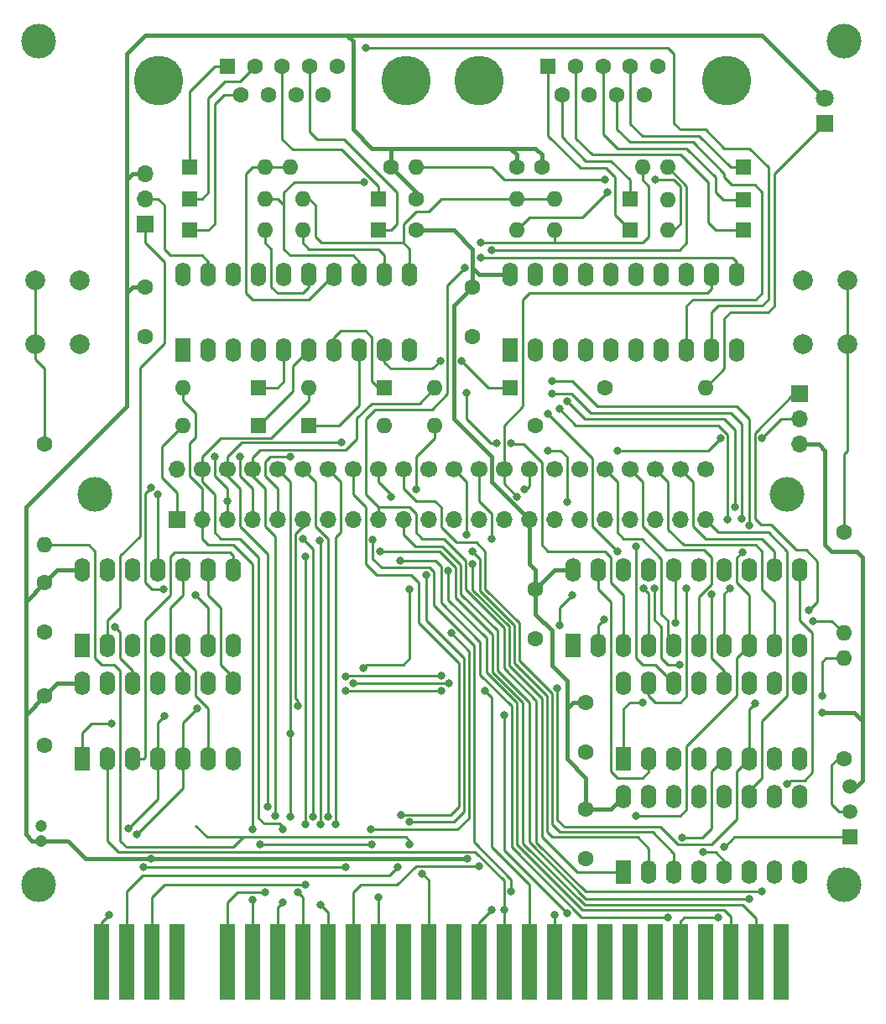
<source format=gtl>
%TF.GenerationSoftware,KiCad,Pcbnew,(5.1.8)-1*%
%TF.CreationDate,2021-03-23T23:17:41+01:00*%
%TF.ProjectId,ZX Interface 2021,5a582049-6e74-4657-9266-616365203230,rev?*%
%TF.SameCoordinates,Original*%
%TF.FileFunction,Copper,L1,Top*%
%TF.FilePolarity,Positive*%
%FSLAX46Y46*%
G04 Gerber Fmt 4.6, Leading zero omitted, Abs format (unit mm)*
G04 Created by KiCad (PCBNEW (5.1.8)-1) date 2021-03-23 23:17:41*
%MOMM*%
%LPD*%
G01*
G04 APERTURE LIST*
%TA.AperFunction,ComponentPad*%
%ADD10C,1.700000*%
%TD*%
%TA.AperFunction,ComponentPad*%
%ADD11O,1.700000X1.700000*%
%TD*%
%TA.AperFunction,ComponentPad*%
%ADD12R,1.700000X1.700000*%
%TD*%
%TA.AperFunction,ComponentPad*%
%ADD13C,2.000000*%
%TD*%
%TA.AperFunction,ComponentPad*%
%ADD14C,1.600000*%
%TD*%
%TA.AperFunction,ComponentPad*%
%ADD15O,1.600000X1.600000*%
%TD*%
%TA.AperFunction,ComponentPad*%
%ADD16R,1.600000X2.400000*%
%TD*%
%TA.AperFunction,ComponentPad*%
%ADD17O,1.600000X2.400000*%
%TD*%
%TA.AperFunction,WasherPad*%
%ADD18C,5.000000*%
%TD*%
%TA.AperFunction,ComponentPad*%
%ADD19R,1.600000X1.600000*%
%TD*%
%TA.AperFunction,SMDPad,CuDef*%
%ADD20R,1.524000X7.620000*%
%TD*%
%TA.AperFunction,ComponentPad*%
%ADD21C,1.200000*%
%TD*%
%TA.AperFunction,ComponentPad*%
%ADD22C,3.500000*%
%TD*%
%TA.AperFunction,ComponentPad*%
%ADD23R,1.800000X1.800000*%
%TD*%
%TA.AperFunction,ComponentPad*%
%ADD24C,1.800000*%
%TD*%
%TA.AperFunction,ComponentPad*%
%ADD25C,1.500000*%
%TD*%
%TA.AperFunction,ComponentPad*%
%ADD26R,1.500000X1.500000*%
%TD*%
%TA.AperFunction,ViaPad*%
%ADD27C,0.800000*%
%TD*%
%TA.AperFunction,Conductor*%
%ADD28C,0.381000*%
%TD*%
%TA.AperFunction,Conductor*%
%ADD29C,0.250000*%
%TD*%
G04 APERTURE END LIST*
D10*
%TO.P,J4,B22*%
%TO.N,GND*%
X172720000Y-92710000D03*
%TO.P,J4,B21*%
%TO.N,/BA18*%
X170180000Y-92710000D03*
%TO.P,J4,B20*%
%TO.N,/BA17*%
X167640000Y-92710000D03*
%TO.P,J4,B19*%
%TO.N,/BA16*%
X165100000Y-92710000D03*
%TO.P,J4,B18*%
%TO.N,/BA15*%
X162560000Y-92710000D03*
%TO.P,J4,B17*%
%TO.N,/BA14*%
X160020000Y-92710000D03*
%TO.P,J4,B16*%
%TO.N,N/C*%
X157480000Y-92710000D03*
%TO.P,J4,B15*%
%TO.N,EXROM*%
X154940000Y-92710000D03*
%TO.P,J4,B14*%
%TO.N,/A12*%
X152400000Y-92710000D03*
%TO.P,J4,B13*%
%TO.N,/A7*%
X149860000Y-92710000D03*
%TO.P,J4,B12*%
%TO.N,/A6*%
X147320000Y-92710000D03*
%TO.P,J4,B11*%
%TO.N,N/C*%
X144780000Y-92710000D03*
%TO.P,J4,B10*%
%TO.N,/A5*%
X142240000Y-92710000D03*
%TO.P,J4,B9*%
%TO.N,/A4*%
X139700000Y-92710000D03*
%TO.P,J4,B8*%
%TO.N,/A3*%
X137160000Y-92710000D03*
%TO.P,J4,B7*%
%TO.N,/A2*%
X134620000Y-92710000D03*
%TO.P,J4,B6*%
%TO.N,/A1*%
X132080000Y-92710000D03*
%TO.P,J4,B5*%
%TO.N,/A0*%
X129540000Y-92710000D03*
%TO.P,J4,B4*%
%TO.N,/D0*%
X127000000Y-92710000D03*
%TO.P,J4,B3*%
%TO.N,/D1*%
X124460000Y-92710000D03*
%TO.P,J4,B2*%
%TO.N,/D2*%
X121920000Y-92710000D03*
D11*
%TO.P,J4,A22*%
%TO.N,OUT_63*%
X172720000Y-97790000D03*
%TO.P,J4,A21*%
%TO.N,/~ROM_3*%
X170180000Y-97790000D03*
%TO.P,J4,A20*%
%TO.N,/~ROM_2*%
X167640000Y-97790000D03*
%TO.P,J4,A19*%
%TO.N,/~ROM_1*%
X165100000Y-97790000D03*
%TO.P,J4,A18*%
%TO.N,/~ROM_0*%
X162560000Y-97790000D03*
%TO.P,J4,A17*%
%TO.N,/~ROM_OE*%
X160020000Y-97790000D03*
%TO.P,J4,A16*%
%TO.N,N/C*%
X157480000Y-97790000D03*
%TO.P,J4,A15*%
%TO.N,VCC*%
X154940000Y-97790000D03*
%TO.P,J4,A14*%
%TO.N,/A15*%
X152400000Y-97790000D03*
%TO.P,J4,A13*%
%TO.N,/A13*%
X149860000Y-97790000D03*
%TO.P,J4,A12*%
%TO.N,/A8*%
X147320000Y-97790000D03*
%TO.P,J4,A11*%
%TO.N,N/C*%
X144780000Y-97790000D03*
%TO.P,J4,A10*%
%TO.N,/A9*%
X142240000Y-97790000D03*
%TO.P,J4,A9*%
%TO.N,/A11*%
X139700000Y-97790000D03*
%TO.P,J4,A8*%
%TO.N,/~MREQ*%
X137160000Y-97790000D03*
%TO.P,J4,A7*%
%TO.N,/A10*%
X134620000Y-97790000D03*
%TO.P,J4,A6*%
%TO.N,/A14*%
X132080000Y-97790000D03*
%TO.P,J4,A5*%
%TO.N,/D7*%
X129540000Y-97790000D03*
%TO.P,J4,A4*%
%TO.N,/D6*%
X127000000Y-97790000D03*
%TO.P,J4,A3*%
%TO.N,/D5*%
X124460000Y-97790000D03*
%TO.P,J4,A2*%
%TO.N,/D4*%
X121920000Y-97790000D03*
D12*
%TO.P,J4,A1*%
%TO.N,/D3*%
X119380000Y-97790000D03*
D11*
%TO.P,J4,B1*%
%TO.N,GND*%
X119380000Y-92710000D03*
%TD*%
D13*
%TO.P,SW1,2*%
%TO.N,Net-(R11-Pad1)*%
X187035000Y-80085000D03*
%TO.P,SW1,1*%
%TO.N,GND*%
X182535000Y-80085000D03*
%TO.P,SW1,2*%
%TO.N,Net-(R11-Pad1)*%
X187035000Y-73585000D03*
%TO.P,SW1,1*%
%TO.N,GND*%
X182535000Y-73585000D03*
%TD*%
D14*
%TO.P,R11,1*%
%TO.N,Net-(R11-Pad1)*%
X186690000Y-99060000D03*
D15*
%TO.P,R11,2*%
%TO.N,/~RESET*%
X186690000Y-109220000D03*
%TD*%
%TO.P,R12,2*%
%TO.N,EXROM*%
X145415000Y-88265000D03*
D14*
%TO.P,R12,1*%
%TO.N,GND*%
X155575000Y-88265000D03*
%TD*%
%TO.P,C8,1*%
%TO.N,VCC*%
X160655000Y-127000000D03*
%TO.P,C8,2*%
%TO.N,GND*%
X160655000Y-132000000D03*
%TD*%
D16*
%TO.P,U8,1*%
%TO.N,/A7*%
X164465000Y-133350000D03*
D17*
%TO.P,U8,9*%
%TO.N,N/C*%
X182245000Y-125730000D03*
%TO.P,U8,2*%
%TO.N,/A6*%
X167005000Y-133350000D03*
%TO.P,U8,10*%
%TO.N,N/C*%
X179705000Y-125730000D03*
%TO.P,U8,3*%
%TO.N,/A5*%
X169545000Y-133350000D03*
%TO.P,U8,11*%
%TO.N,OUT_63*%
X177165000Y-125730000D03*
%TO.P,U8,4*%
%TO.N,/~WR*%
X172085000Y-133350000D03*
%TO.P,U8,12*%
%TO.N,N/C*%
X174625000Y-125730000D03*
%TO.P,U8,5*%
%TO.N,/~IORQ*%
X174625000Y-133350000D03*
%TO.P,U8,13*%
%TO.N,N/C*%
X172085000Y-125730000D03*
%TO.P,U8,6*%
%TO.N,/~M1*%
X177165000Y-133350000D03*
%TO.P,U8,14*%
%TO.N,N/C*%
X169545000Y-125730000D03*
%TO.P,U8,7*%
X179705000Y-133350000D03*
%TO.P,U8,15*%
%TO.N,/OUT_31*%
X167005000Y-125730000D03*
%TO.P,U8,8*%
%TO.N,GND*%
X182245000Y-133350000D03*
%TO.P,U8,16*%
%TO.N,VCC*%
X164465000Y-125730000D03*
%TD*%
D14*
%TO.P,C7,1*%
%TO.N,VCC*%
X160655000Y-116205000D03*
%TO.P,C7,2*%
%TO.N,GND*%
X160655000Y-121205000D03*
%TD*%
D17*
%TO.P,U7,16*%
%TO.N,VCC*%
X164465000Y-114300000D03*
%TO.P,U7,8*%
%TO.N,GND*%
X182245000Y-121920000D03*
%TO.P,U7,15*%
%TO.N,/~ROM_0*%
X167005000Y-114300000D03*
%TO.P,U7,7*%
%TO.N,N/C*%
X179705000Y-121920000D03*
%TO.P,U7,14*%
%TO.N,/~ROM_1*%
X169545000Y-114300000D03*
%TO.P,U7,6*%
%TO.N,Net-(R15-Pad2)*%
X177165000Y-121920000D03*
%TO.P,U7,13*%
%TO.N,/~ROM_2*%
X172085000Y-114300000D03*
%TO.P,U7,5*%
%TO.N,/~MREQ*%
X174625000Y-121920000D03*
%TO.P,U7,12*%
%TO.N,/~ROM_3*%
X174625000Y-114300000D03*
%TO.P,U7,4*%
%TO.N,GND*%
X172085000Y-121920000D03*
%TO.P,U7,11*%
%TO.N,N/C*%
X177165000Y-114300000D03*
%TO.P,U7,3*%
%TO.N,GND*%
X169545000Y-121920000D03*
%TO.P,U7,10*%
%TO.N,N/C*%
X179705000Y-114300000D03*
%TO.P,U7,2*%
%TO.N,/BANK1*%
X167005000Y-121920000D03*
%TO.P,U7,9*%
%TO.N,N/C*%
X182245000Y-114300000D03*
D16*
%TO.P,U7,1*%
%TO.N,/BANK0*%
X164465000Y-121920000D03*
%TD*%
D18*
%TO.P,J2,*%
%TO.N,*%
X149885000Y-53490000D03*
X174885000Y-53490000D03*
D14*
%TO.P,J2,9*%
%TO.N,N/C*%
X166540000Y-54910000D03*
%TO.P,J2,8*%
%TO.N,Net-(J2-Pad8)*%
X163770000Y-54910000D03*
%TO.P,J2,7*%
%TO.N,N/C*%
X161000000Y-54910000D03*
%TO.P,J2,6*%
%TO.N,Net-(D7-Pad1)*%
X158230000Y-54910000D03*
%TO.P,J2,5*%
%TO.N,N/C*%
X167925000Y-52070000D03*
%TO.P,J2,4*%
%TO.N,Net-(D10-Pad1)*%
X165155000Y-52070000D03*
%TO.P,J2,3*%
%TO.N,Net-(D9-Pad1)*%
X162385000Y-52070000D03*
%TO.P,J2,2*%
%TO.N,Net-(D8-Pad1)*%
X159615000Y-52070000D03*
D19*
%TO.P,J2,1*%
%TO.N,Net-(D6-Pad1)*%
X156845000Y-52070000D03*
%TD*%
D14*
%TO.P,R2,1*%
%TO.N,VCC*%
X143510000Y-65405000D03*
D15*
%TO.P,R2,2*%
%TO.N,Net-(D4-Pad2)*%
X153670000Y-65405000D03*
%TD*%
D20*
%TO.P,Z1,A14*%
%TO.N,/~NMI*%
X144780000Y-142367000D03*
%TO.P,Z1,A15*%
%TO.N,N/C*%
X147320000Y-142367000D03*
%TO.P,Z1,A16*%
%TO.N,/~MREQ*%
X149860000Y-142367000D03*
%TO.P,Z1,A17*%
%TO.N,/~IORQ*%
X152400000Y-142367000D03*
%TO.P,Z1,A21*%
%TO.N,N/C*%
X162560000Y-142367000D03*
%TO.P,Z1,A20*%
X160020000Y-142367000D03*
%TO.P,Z1,A19*%
%TO.N,/~WR*%
X157480000Y-142367000D03*
%TO.P,Z1,A18*%
%TO.N,/~RD*%
X154940000Y-142367000D03*
%TO.P,Z1,A26*%
%TO.N,/A8*%
X175260000Y-142367000D03*
%TO.P,Z1,A27*%
%TO.N,/A10*%
X177800000Y-142367000D03*
%TO.P,Z1,A28*%
%TO.N,N/C*%
X180340000Y-142367000D03*
%TO.P,Z1,A25*%
X172720000Y-142367000D03*
%TO.P,Z1,A24*%
%TO.N,/~M1*%
X170180000Y-142367000D03*
%TO.P,Z1,A23*%
%TO.N,N/C*%
X167640000Y-142367000D03*
%TO.P,Z1,A22*%
X165100000Y-142367000D03*
%TO.P,Z1,A6*%
%TO.N,/D0*%
X124460000Y-142367000D03*
%TO.P,Z1,A7*%
%TO.N,/D1*%
X127000000Y-142367000D03*
%TO.P,Z1,A8*%
%TO.N,/D2*%
X129540000Y-142367000D03*
%TO.P,Z1,A9*%
%TO.N,/D6*%
X132080000Y-142367000D03*
%TO.P,Z1,A13*%
%TO.N,N/C*%
X142240000Y-142367000D03*
%TO.P,Z1,A12*%
%TO.N,/D4*%
X139700000Y-142367000D03*
%TO.P,Z1,A11*%
%TO.N,/D3*%
X137160000Y-142367000D03*
%TO.P,Z1,A10*%
%TO.N,/D5*%
X134620000Y-142367000D03*
%TO.P,Z1,A3*%
%TO.N,/D7*%
X116840000Y-142367000D03*
%TO.P,Z1,A4*%
%TO.N,N/C*%
X119380000Y-142367000D03*
%TO.P,Z1,A2*%
%TO.N,/A13*%
X114300000Y-142367000D03*
%TO.P,Z1,A1*%
%TO.N,/A15*%
X111760000Y-142367000D03*
%TD*%
D14*
%TO.P,C1,2*%
%TO.N,GND*%
X116205000Y-79295000D03*
%TO.P,C1,1*%
%TO.N,VCC*%
X116205000Y-74295000D03*
%TD*%
%TO.P,C2,1*%
%TO.N,VCC*%
X149225000Y-74295000D03*
%TO.P,C2,2*%
%TO.N,GND*%
X149225000Y-79295000D03*
%TD*%
%TO.P,C3,1*%
%TO.N,VCC*%
X106045000Y-115570000D03*
%TO.P,C3,2*%
%TO.N,GND*%
X106045000Y-120570000D03*
%TD*%
%TO.P,C4,2*%
%TO.N,GND*%
X106045000Y-109140000D03*
%TO.P,C4,1*%
%TO.N,VCC*%
X106045000Y-104140000D03*
%TD*%
D21*
%TO.P,C5,1*%
%TO.N,VCC*%
X105664000Y-130175000D03*
%TO.P,C5,2*%
%TO.N,GND*%
X105664000Y-128675000D03*
%TD*%
D14*
%TO.P,C6,2*%
%TO.N,GND*%
X155575000Y-109775000D03*
%TO.P,C6,1*%
%TO.N,VCC*%
X155575000Y-104775000D03*
%TD*%
D19*
%TO.P,J1,1*%
%TO.N,Net-(D1-Pad1)*%
X124460000Y-52070000D03*
D14*
%TO.P,J1,2*%
%TO.N,Net-(D3-Pad1)*%
X127230000Y-52070000D03*
%TO.P,J1,3*%
%TO.N,Net-(D4-Pad1)*%
X130000000Y-52070000D03*
%TO.P,J1,4*%
%TO.N,Net-(D5-Pad1)*%
X132770000Y-52070000D03*
%TO.P,J1,5*%
%TO.N,N/C*%
X135540000Y-52070000D03*
%TO.P,J1,6*%
%TO.N,Net-(D2-Pad1)*%
X125845000Y-54910000D03*
%TO.P,J1,7*%
%TO.N,N/C*%
X128615000Y-54910000D03*
%TO.P,J1,8*%
%TO.N,Net-(J1-Pad8)*%
X131385000Y-54910000D03*
%TO.P,J1,9*%
%TO.N,N/C*%
X134155000Y-54910000D03*
D18*
%TO.P,J1,*%
%TO.N,*%
X142500000Y-53490000D03*
X117500000Y-53490000D03*
%TD*%
D12*
%TO.P,J5,1*%
%TO.N,Net-(J5-Pad1)*%
X116205000Y-67945000D03*
D11*
%TO.P,J5,2*%
%TO.N,Net-(J5-Pad2)*%
X116205000Y-65405000D03*
%TO.P,J5,3*%
%TO.N,VCC*%
X116205000Y-62865000D03*
%TD*%
D22*
%TO.P,M1,1*%
%TO.N,N/C*%
X105410000Y-134620000D03*
%TD*%
%TO.P,M2,1*%
%TO.N,N/C*%
X186690000Y-134620000D03*
%TD*%
%TO.P,M3,1*%
%TO.N,N/C*%
X186690000Y-49530000D03*
%TD*%
%TO.P,M5,1*%
%TO.N,N/C*%
X180975000Y-95250000D03*
%TD*%
%TO.P,M6,1*%
%TO.N,N/C*%
X111125000Y-95250000D03*
%TD*%
D15*
%TO.P,R1,2*%
%TO.N,Net-(D1-Pad2)*%
X130810000Y-62230000D03*
D14*
%TO.P,R1,1*%
%TO.N,VCC*%
X140970000Y-62230000D03*
%TD*%
%TO.P,R3,1*%
%TO.N,VCC*%
X153670000Y-62230000D03*
D15*
%TO.P,R3,2*%
%TO.N,Net-(D3-Pad2)*%
X143510000Y-62230000D03*
%TD*%
%TO.P,R4,2*%
%TO.N,Net-(D2-Pad2)*%
X153670000Y-68580000D03*
D14*
%TO.P,R4,1*%
%TO.N,VCC*%
X143510000Y-68580000D03*
%TD*%
%TO.P,R5,1*%
%TO.N,VCC*%
X156210000Y-62230000D03*
D15*
%TO.P,R5,2*%
%TO.N,Net-(D5-Pad2)*%
X166370000Y-62230000D03*
%TD*%
D16*
%TO.P,U1,1*%
%TO.N,GND*%
X120015000Y-80645000D03*
D17*
%TO.P,U1,11*%
%TO.N,Net-(D4-Pad2)*%
X142875000Y-73025000D03*
%TO.P,U1,2*%
%TO.N,N/C*%
X122555000Y-80645000D03*
%TO.P,U1,12*%
%TO.N,Net-(D5-Pad2)*%
X140335000Y-73025000D03*
%TO.P,U1,3*%
%TO.N,N/C*%
X125095000Y-80645000D03*
%TO.P,U1,13*%
%TO.N,Net-(D3-Pad2)*%
X137795000Y-73025000D03*
%TO.P,U1,4*%
%TO.N,N/C*%
X127635000Y-80645000D03*
%TO.P,U1,14*%
%TO.N,Net-(D1-Pad2)*%
X135255000Y-73025000D03*
%TO.P,U1,5*%
%TO.N,Net-(D12-Pad1)*%
X130175000Y-80645000D03*
%TO.P,U1,15*%
%TO.N,Net-(D2-Pad2)*%
X132715000Y-73025000D03*
%TO.P,U1,6*%
%TO.N,Net-(D13-Pad1)*%
X132715000Y-80645000D03*
%TO.P,U1,16*%
%TO.N,N/C*%
X130175000Y-73025000D03*
%TO.P,U1,7*%
%TO.N,Net-(D14-Pad1)*%
X135255000Y-80645000D03*
%TO.P,U1,17*%
%TO.N,N/C*%
X127635000Y-73025000D03*
%TO.P,U1,8*%
%TO.N,Net-(D15-Pad1)*%
X137795000Y-80645000D03*
%TO.P,U1,18*%
%TO.N,N/C*%
X125095000Y-73025000D03*
%TO.P,U1,9*%
%TO.N,Net-(D16-Pad1)*%
X140335000Y-80645000D03*
%TO.P,U1,19*%
%TO.N,Net-(J5-Pad2)*%
X122555000Y-73025000D03*
%TO.P,U1,10*%
%TO.N,GND*%
X142875000Y-80645000D03*
%TO.P,U1,20*%
%TO.N,VCC*%
X120015000Y-73025000D03*
%TD*%
%TO.P,U2,20*%
%TO.N,VCC*%
X153035000Y-73025000D03*
%TO.P,U2,10*%
%TO.N,GND*%
X175895000Y-80645000D03*
%TO.P,U2,19*%
X155575000Y-73025000D03*
%TO.P,U2,9*%
%TO.N,Net-(J1-Pad8)*%
X173355000Y-80645000D03*
%TO.P,U2,18*%
%TO.N,N/C*%
X158115000Y-73025000D03*
%TO.P,U2,8*%
%TO.N,Net-(J2-Pad8)*%
X170815000Y-80645000D03*
%TO.P,U2,17*%
%TO.N,N/C*%
X160655000Y-73025000D03*
%TO.P,U2,7*%
X168275000Y-80645000D03*
%TO.P,U2,16*%
X163195000Y-73025000D03*
%TO.P,U2,6*%
X165735000Y-80645000D03*
%TO.P,U2,15*%
X165735000Y-73025000D03*
%TO.P,U2,5*%
X163195000Y-80645000D03*
%TO.P,U2,14*%
X168275000Y-73025000D03*
%TO.P,U2,4*%
X160655000Y-80645000D03*
%TO.P,U2,13*%
X170815000Y-73025000D03*
%TO.P,U2,3*%
X158115000Y-80645000D03*
%TO.P,U2,12*%
%TO.N,/A12*%
X173355000Y-73025000D03*
%TO.P,U2,2*%
%TO.N,N/C*%
X155575000Y-80645000D03*
%TO.P,U2,11*%
%TO.N,/A11*%
X175895000Y-73025000D03*
D16*
%TO.P,U2,1*%
%TO.N,GND*%
X153035000Y-80645000D03*
%TD*%
%TO.P,U3,1*%
%TO.N,/A0*%
X109855000Y-121920000D03*
D17*
%TO.P,U3,8*%
%TO.N,Net-(R15-Pad2)*%
X125095000Y-114300000D03*
%TO.P,U3,2*%
%TO.N,/~IORQ*%
X112395000Y-121920000D03*
%TO.P,U3,9*%
%TO.N,/CARTRIDGE_EN*%
X122555000Y-114300000D03*
%TO.P,U3,3*%
%TO.N,Net-(U3-Pad3)*%
X114935000Y-121920000D03*
%TO.P,U3,10*%
%TO.N,Net-(U3-Pad10)*%
X120015000Y-114300000D03*
%TO.P,U3,4*%
%TO.N,/A14*%
X117475000Y-121920000D03*
%TO.P,U3,11*%
%TO.N,GND*%
X117475000Y-114300000D03*
%TO.P,U3,5*%
%TO.N,/A15*%
X120015000Y-121920000D03*
%TO.P,U3,12*%
%TO.N,Net-(U3-Pad12)*%
X114935000Y-114300000D03*
%TO.P,U3,6*%
%TO.N,Net-(U3-Pad6)*%
X122555000Y-121920000D03*
%TO.P,U3,13*%
%TO.N,/~RD*%
X112395000Y-114300000D03*
%TO.P,U3,7*%
%TO.N,GND*%
X125095000Y-121920000D03*
%TO.P,U3,14*%
%TO.N,VCC*%
X109855000Y-114300000D03*
%TD*%
%TO.P,U4,14*%
%TO.N,VCC*%
X109855000Y-102870000D03*
%TO.P,U4,7*%
%TO.N,GND*%
X125095000Y-110490000D03*
%TO.P,U4,13*%
X112395000Y-102870000D03*
%TO.P,U4,6*%
%TO.N,/~ROM_OE*%
X122555000Y-110490000D03*
%TO.P,U4,12*%
%TO.N,N/C*%
X114935000Y-102870000D03*
%TO.P,U4,5*%
%TO.N,Net-(U3-Pad6)*%
X120015000Y-110490000D03*
%TO.P,U4,11*%
%TO.N,EXROM*%
X117475000Y-102870000D03*
%TO.P,U4,4*%
%TO.N,N/C*%
X117475000Y-110490000D03*
%TO.P,U4,10*%
%TO.N,Net-(U3-Pad10)*%
X120015000Y-102870000D03*
%TO.P,U4,3*%
%TO.N,N/C*%
X114935000Y-110490000D03*
%TO.P,U4,9*%
%TO.N,Net-(R15-Pad2)*%
X122555000Y-102870000D03*
%TO.P,U4,2*%
%TO.N,Net-(J5-Pad1)*%
X112395000Y-110490000D03*
%TO.P,U4,8*%
%TO.N,Net-(U3-Pad3)*%
X125095000Y-102870000D03*
D16*
%TO.P,U4,1*%
%TO.N,Net-(U3-Pad12)*%
X109855000Y-110490000D03*
%TD*%
%TO.P,U6,1*%
%TO.N,/~RESET*%
X159385000Y-110490000D03*
D17*
%TO.P,U6,11*%
%TO.N,/OUT_31*%
X182245000Y-102870000D03*
%TO.P,U6,2*%
%TO.N,Net-(J3-Pad1)*%
X161925000Y-110490000D03*
%TO.P,U6,12*%
%TO.N,/BA18*%
X179705000Y-102870000D03*
%TO.P,U6,3*%
%TO.N,/D0*%
X164465000Y-110490000D03*
%TO.P,U6,13*%
%TO.N,/D4*%
X177165000Y-102870000D03*
%TO.P,U6,4*%
%TO.N,/D1*%
X167005000Y-110490000D03*
%TO.P,U6,14*%
%TO.N,/D5*%
X174625000Y-102870000D03*
%TO.P,U6,5*%
%TO.N,/BA15*%
X169545000Y-110490000D03*
%TO.P,U6,15*%
%TO.N,/CARTRIDGE_EN*%
X172085000Y-102870000D03*
%TO.P,U6,6*%
%TO.N,/BA16*%
X172085000Y-110490000D03*
%TO.P,U6,16*%
%TO.N,/BANK0*%
X169545000Y-102870000D03*
%TO.P,U6,7*%
%TO.N,/D2*%
X174625000Y-110490000D03*
%TO.P,U6,17*%
%TO.N,/D6*%
X167005000Y-102870000D03*
%TO.P,U6,8*%
%TO.N,/D3*%
X177165000Y-110490000D03*
%TO.P,U6,18*%
%TO.N,/D7*%
X164465000Y-102870000D03*
%TO.P,U6,9*%
%TO.N,/BA17*%
X179705000Y-110490000D03*
%TO.P,U6,19*%
%TO.N,/BANK1*%
X161925000Y-102870000D03*
%TO.P,U6,10*%
%TO.N,GND*%
X182245000Y-110490000D03*
%TO.P,U6,20*%
%TO.N,VCC*%
X159385000Y-102870000D03*
%TD*%
D15*
%TO.P,D2,2*%
%TO.N,Net-(D2-Pad2)*%
X128270000Y-68580000D03*
D19*
%TO.P,D2,1*%
%TO.N,Net-(D2-Pad1)*%
X120650000Y-68580000D03*
%TD*%
%TO.P,D3,1*%
%TO.N,Net-(D3-Pad1)*%
X120650000Y-65405000D03*
D15*
%TO.P,D3,2*%
%TO.N,Net-(D3-Pad2)*%
X128270000Y-65405000D03*
%TD*%
%TO.P,D4,2*%
%TO.N,Net-(D4-Pad2)*%
X132080000Y-65405000D03*
D19*
%TO.P,D4,1*%
%TO.N,Net-(D4-Pad1)*%
X139700000Y-65405000D03*
%TD*%
%TO.P,D5,1*%
%TO.N,Net-(D5-Pad1)*%
X139700000Y-68580000D03*
D15*
%TO.P,D5,2*%
%TO.N,Net-(D5-Pad2)*%
X132080000Y-68580000D03*
%TD*%
%TO.P,D6,2*%
%TO.N,Net-(D5-Pad2)*%
X157480000Y-68580000D03*
D19*
%TO.P,D6,1*%
%TO.N,Net-(D6-Pad1)*%
X165100000Y-68580000D03*
%TD*%
%TO.P,D7,1*%
%TO.N,Net-(D7-Pad1)*%
X165100000Y-65405000D03*
D15*
%TO.P,D7,2*%
%TO.N,Net-(D4-Pad2)*%
X157480000Y-65405000D03*
%TD*%
%TO.P,D8,2*%
%TO.N,Net-(D3-Pad2)*%
X168910000Y-68580000D03*
D19*
%TO.P,D8,1*%
%TO.N,Net-(D8-Pad1)*%
X176530000Y-68580000D03*
%TD*%
%TO.P,D9,1*%
%TO.N,Net-(D9-Pad1)*%
X176530000Y-65532000D03*
D15*
%TO.P,D9,2*%
%TO.N,Net-(D2-Pad2)*%
X168910000Y-65532000D03*
%TD*%
%TO.P,D10,2*%
%TO.N,Net-(D1-Pad2)*%
X168910000Y-62230000D03*
D19*
%TO.P,D10,1*%
%TO.N,Net-(D10-Pad1)*%
X176530000Y-62230000D03*
%TD*%
D22*
%TO.P,M4,1*%
%TO.N,N/C*%
X105410000Y-49530000D03*
%TD*%
D14*
%TO.P,R13,1*%
%TO.N,Net-(R13-Pad1)*%
X106045000Y-90170000D03*
D15*
%TO.P,R13,2*%
%TO.N,/~NMI*%
X106045000Y-100330000D03*
%TD*%
D13*
%TO.P,SW2,2*%
%TO.N,Net-(R13-Pad1)*%
X105065000Y-73585000D03*
%TO.P,SW2,1*%
%TO.N,GND*%
X109565000Y-73585000D03*
%TO.P,SW2,2*%
%TO.N,Net-(R13-Pad1)*%
X105065000Y-80085000D03*
%TO.P,SW2,1*%
%TO.N,GND*%
X109565000Y-80085000D03*
%TD*%
D23*
%TO.P,D11,1*%
%TO.N,Net-(D11-Pad1)*%
X184785000Y-57785000D03*
D24*
%TO.P,D11,2*%
%TO.N,VCC*%
X184785000Y-55245000D03*
%TD*%
D14*
%TO.P,R14,1*%
%TO.N,GND*%
X162560000Y-84455000D03*
D15*
%TO.P,R14,2*%
%TO.N,Net-(D11-Pad1)*%
X172720000Y-84455000D03*
%TD*%
D19*
%TO.P,D1,1*%
%TO.N,Net-(D1-Pad1)*%
X120650000Y-62230000D03*
D15*
%TO.P,D1,2*%
%TO.N,Net-(D1-Pad2)*%
X128270000Y-62230000D03*
%TD*%
D25*
%TO.P,Q1,2*%
%TO.N,Net-(Q1-Pad2)*%
X187325000Y-127254000D03*
%TO.P,Q1,3*%
%TO.N,VCC*%
X187325000Y-124714000D03*
D26*
%TO.P,Q1,1*%
%TO.N,/~ROMCS*%
X187325000Y-129794000D03*
%TD*%
D14*
%TO.P,R15,1*%
%TO.N,Net-(Q1-Pad2)*%
X186690000Y-121920000D03*
D15*
%TO.P,R15,2*%
%TO.N,Net-(R15-Pad2)*%
X186690000Y-111760000D03*
%TD*%
%TO.P,D12,2*%
%TO.N,/D4*%
X120015000Y-84455000D03*
D19*
%TO.P,D12,1*%
%TO.N,Net-(D12-Pad1)*%
X127635000Y-84455000D03*
%TD*%
%TO.P,D13,1*%
%TO.N,Net-(D13-Pad1)*%
X127635000Y-88265000D03*
D15*
%TO.P,D13,2*%
%TO.N,/D3*%
X120015000Y-88265000D03*
%TD*%
%TO.P,D14,2*%
%TO.N,/D2*%
X132715000Y-84455000D03*
D19*
%TO.P,D14,1*%
%TO.N,Net-(D14-Pad1)*%
X140335000Y-84455000D03*
%TD*%
%TO.P,D15,1*%
%TO.N,Net-(D15-Pad1)*%
X132715000Y-88265000D03*
D15*
%TO.P,D15,2*%
%TO.N,/D1*%
X140335000Y-88265000D03*
%TD*%
D19*
%TO.P,D16,1*%
%TO.N,Net-(D16-Pad1)*%
X153035000Y-84455000D03*
D15*
%TO.P,D16,2*%
%TO.N,/D0*%
X145415000Y-84455000D03*
%TD*%
D12*
%TO.P,J3,1*%
%TO.N,Net-(J3-Pad1)*%
X182245000Y-85090000D03*
D11*
%TO.P,J3,2*%
%TO.N,/BA14*%
X182245000Y-87630000D03*
%TO.P,J3,3*%
%TO.N,VCC*%
X182245000Y-90170000D03*
%TD*%
D27*
%TO.N,VCC*%
X148662115Y-131989982D03*
X116750004Y-131989982D03*
X184531000Y-117240031D03*
%TO.N,Net-(D1-Pad2)*%
X151130000Y-70575000D03*
%TO.N,Net-(D2-Pad2)*%
X162851000Y-64770000D03*
%TO.N,Net-(D5-Pad2)*%
X150015500Y-69850000D03*
%TO.N,Net-(J1-Pad8)*%
X138430000Y-50165000D03*
%TO.N,/~ROM_0*%
X170815000Y-104685000D03*
%TO.N,/~ROM_1*%
X165735000Y-100420010D03*
%TO.N,/D3*%
X176406164Y-97683716D03*
X176440000Y-101055010D03*
X165735000Y-127635000D03*
X149860000Y-132714992D03*
X157226000Y-85090000D03*
%TO.N,/D4*%
X139065000Y-130539980D03*
X139700000Y-135890000D03*
X177165000Y-98335000D03*
X127762000Y-130539980D03*
X127000000Y-129032000D03*
X157226000Y-83820000D03*
%TO.N,/D5*%
X133858000Y-136652000D03*
X174956164Y-97790000D03*
X133789847Y-99890153D03*
X124460000Y-95885000D03*
X133858000Y-128524000D03*
X157988000Y-86614000D03*
X123190000Y-91440000D03*
%TO.N,/D6*%
X156845000Y-87085000D03*
X131572000Y-135382000D03*
X125730000Y-91440000D03*
X132334000Y-101462752D03*
X132334000Y-128524000D03*
X163830000Y-100965000D03*
%TO.N,/D7*%
X132334000Y-134620000D03*
X132080000Y-99695010D03*
X133096000Y-127762000D03*
X130810000Y-91440000D03*
%TO.N,/A14*%
X118110000Y-117602000D03*
X131572000Y-116586000D03*
X114482490Y-128905000D03*
%TO.N,/A10*%
X139880034Y-100965000D03*
%TO.N,/~MREQ*%
X170375153Y-129831000D03*
X151130000Y-137160000D03*
X153125000Y-135255000D03*
X139155000Y-99785000D03*
%TO.N,/A11*%
X150015500Y-71300000D03*
X178435000Y-135255000D03*
X148434500Y-72390000D03*
%TO.N,/A9*%
X177165000Y-135980000D03*
%TO.N,/A8*%
X146775010Y-102875593D03*
%TO.N,/A13*%
X144526000Y-103378000D03*
X141695000Y-132780482D03*
X142875000Y-128270000D03*
%TO.N,/A15*%
X112522000Y-137668000D03*
X121412000Y-116840000D03*
X138176000Y-112776000D03*
X115315992Y-129540000D03*
X142875000Y-104775000D03*
%TO.N,/~ROM_3*%
X173355000Y-105320000D03*
%TO.N,/~ROM_2*%
X167550000Y-104685000D03*
X170090000Y-112395000D03*
%TO.N,/~ROM_OE*%
X118020000Y-104775000D03*
X121285000Y-105410000D03*
X116763058Y-94547745D03*
%TO.N,/D2*%
X175170000Y-104685000D03*
X175681164Y-96520000D03*
X130048000Y-136397986D03*
X130048000Y-129032000D03*
X158750000Y-85852000D03*
%TO.N,/D1*%
X166460000Y-104685000D03*
X127000000Y-136070000D03*
X128524000Y-126746000D03*
X156845000Y-90805000D03*
X158750000Y-95975000D03*
X135997995Y-89989980D03*
%TO.N,/D0*%
X128270000Y-135345000D03*
X129286000Y-127630340D03*
X148590000Y-85000000D03*
X153125000Y-90080000D03*
X151675000Y-90080000D03*
%TO.N,/A0*%
X130810000Y-119380000D03*
X130810000Y-127762000D03*
X112776000Y-118364000D03*
%TO.N,/A1*%
X134620000Y-127762000D03*
%TO.N,/A2*%
X135382000Y-128524000D03*
%TO.N,/A3*%
X141986000Y-127544990D03*
%TO.N,/A4*%
X168910000Y-137885000D03*
X141875001Y-101870001D03*
X140970000Y-95430010D03*
%TO.N,/A6*%
X149225000Y-100965000D03*
X148590000Y-99314000D03*
%TO.N,/A7*%
X149225000Y-102235000D03*
X151130000Y-99695000D03*
%TO.N,/A12*%
X116049500Y-132842000D03*
X147061347Y-109224653D03*
X153705724Y-95437773D03*
X138938000Y-129032000D03*
X136398000Y-132842000D03*
%TO.N,EXROM*%
X154460510Y-94705010D03*
X143510000Y-94705010D03*
X117475000Y-95250000D03*
%TO.N,/BA14*%
X163830000Y-90805000D03*
X174231164Y-89535000D03*
X178435000Y-89535000D03*
%TO.N,/~RESET*%
X158750000Y-137423306D03*
X152400000Y-117475000D03*
X183535998Y-107970988D03*
%TO.N,/~ROMCS*%
X174625000Y-130810000D03*
%TO.N,/~IORQ*%
X152400000Y-137160000D03*
X172466000Y-131318000D03*
%TO.N,Net-(U3-Pad12)*%
X113120000Y-108585000D03*
%TO.N,/~RD*%
X150495000Y-115062000D03*
X136398000Y-115062000D03*
X146050000Y-115062000D03*
%TO.N,/OUT_31*%
X180975000Y-124460000D03*
%TO.N,/BANK0*%
X169672000Y-108204012D03*
X166370000Y-116205000D03*
%TO.N,/~WR*%
X157480000Y-137668000D03*
%TO.N,/~M1*%
X173990000Y-137922000D03*
%TO.N,/CARTRIDGE_EN*%
X158016500Y-108458000D03*
X159258000Y-105410000D03*
X136452892Y-113575000D03*
X146050000Y-113538000D03*
%TO.N,/~NMI*%
X144145000Y-133439992D03*
X142875000Y-130539980D03*
%TO.N,Net-(R15-Pad2)*%
X157791690Y-114769489D03*
X137160000Y-114300000D03*
X146812000Y-114300000D03*
X184494000Y-115570000D03*
X177709990Y-116332000D03*
%TO.N,Net-(D16-Pad1)*%
X145960000Y-81734990D03*
X148110500Y-81734990D03*
%TO.N,Net-(J3-Pad1)*%
X162470000Y-107860000D03*
X183134000Y-106934000D03*
%TO.N,Net-(D3-Pad2)*%
X167640000Y-63500000D03*
X138234847Y-63695153D03*
X162560000Y-63500000D03*
%TD*%
D28*
%TO.N,VCC*%
X140970000Y-62230000D02*
X140970000Y-60960000D01*
X153670000Y-60960000D02*
X153670000Y-62230000D01*
X153035000Y-60325000D02*
X153670000Y-60960000D01*
X153035000Y-60325000D02*
X155575000Y-60325000D01*
X156210000Y-60960000D02*
X156210000Y-62230000D01*
X155575000Y-60325000D02*
X156210000Y-60960000D01*
X141605000Y-60325000D02*
X143510000Y-60325000D01*
X153035000Y-73025000D02*
X150495000Y-73025000D01*
X143510000Y-64770000D02*
X143510000Y-65405000D01*
X140970000Y-62230000D02*
X143510000Y-64770000D01*
X146050000Y-60325000D02*
X153035000Y-60325000D01*
X143510000Y-60325000D02*
X146050000Y-60325000D01*
X149860000Y-73025000D02*
X149225000Y-72390000D01*
X150495000Y-73025000D02*
X149860000Y-73025000D01*
X149225000Y-72390000D02*
X149225000Y-74295000D01*
X140970000Y-60960000D02*
X140970000Y-60325000D01*
X140970000Y-60325000D02*
X141605000Y-60325000D01*
X163195000Y-127000000D02*
X164465000Y-125730000D01*
X160655000Y-127000000D02*
X163195000Y-127000000D01*
X104140000Y-116205000D02*
X104140000Y-106045000D01*
X104140000Y-116940056D02*
X104140000Y-116205000D01*
X158750000Y-116840000D02*
X159385000Y-116205000D01*
X159385000Y-116205000D02*
X160655000Y-116205000D01*
X160655000Y-127000000D02*
X160655000Y-123825000D01*
X160655000Y-123825000D02*
X158750000Y-121920000D01*
X158750000Y-116840000D02*
X158750000Y-121920000D01*
X158750000Y-114046000D02*
X157226000Y-112522000D01*
X158750000Y-116840000D02*
X158750000Y-114046000D01*
X148662115Y-131989982D02*
X116750004Y-131989982D01*
X107315000Y-114300000D02*
X106045000Y-115570000D01*
X109855000Y-114300000D02*
X107315000Y-114300000D01*
X106045000Y-104140000D02*
X104140000Y-106045000D01*
X106045000Y-115570000D02*
X104140000Y-117475000D01*
X104140000Y-117475000D02*
X104140000Y-116940056D01*
X155575000Y-107315000D02*
X157226000Y-108966000D01*
X155575000Y-104775000D02*
X155575000Y-107315000D01*
X157226000Y-112522000D02*
X157226000Y-108966000D01*
X157480000Y-102870000D02*
X155575000Y-104775000D01*
X159385000Y-102870000D02*
X157480000Y-102870000D01*
X114935000Y-74295000D02*
X116205000Y-74295000D01*
X114300000Y-74930000D02*
X114935000Y-74295000D01*
X114300000Y-63500000D02*
X114935000Y-62865000D01*
X114300000Y-74930000D02*
X114300000Y-63500000D01*
X116205000Y-62865000D02*
X114935000Y-62865000D01*
X114300000Y-63500000D02*
X114300000Y-50800000D01*
X114300000Y-50800000D02*
X115570000Y-49530000D01*
X137160000Y-50064942D02*
X137160000Y-58420000D01*
X137160000Y-58420000D02*
X139065000Y-60325000D01*
X139065000Y-60325000D02*
X140970000Y-60325000D01*
X107315000Y-102870000D02*
X106045000Y-104140000D01*
X109855000Y-102870000D02*
X107315000Y-102870000D01*
X104140000Y-117475000D02*
X104140000Y-128524000D01*
X110145982Y-131989982D02*
X116750004Y-131989982D01*
X154940000Y-102235000D02*
X155575000Y-102870000D01*
X154940000Y-97790000D02*
X154940000Y-102235000D01*
X155575000Y-104775000D02*
X155575000Y-102870000D01*
X116205000Y-48895000D02*
X115570000Y-49530000D01*
X137160000Y-49530000D02*
X136525000Y-48895000D01*
X136525000Y-48895000D02*
X116205000Y-48895000D01*
X137160000Y-50064942D02*
X137160000Y-49530000D01*
X138530058Y-48895000D02*
X136525000Y-48895000D01*
X178435000Y-48895000D02*
X138530058Y-48895000D01*
X184785000Y-55245000D02*
X178435000Y-48895000D01*
X188595000Y-118110000D02*
X188595000Y-123825000D01*
X108331000Y-130175000D02*
X108458000Y-130302000D01*
X105664000Y-130175000D02*
X108331000Y-130175000D01*
X108458000Y-130302000D02*
X110145982Y-131989982D01*
X105664000Y-130175000D02*
X104775000Y-130175000D01*
X104140000Y-129540000D02*
X104140000Y-128524000D01*
X104775000Y-130175000D02*
X104140000Y-129540000D01*
X188595000Y-118110000D02*
X188595000Y-101600000D01*
X188595000Y-101600000D02*
X187960000Y-100965000D01*
X187960000Y-100965000D02*
X185420000Y-100965000D01*
X185420000Y-100965000D02*
X184785000Y-100330000D01*
X184785000Y-100330000D02*
X184785000Y-90805000D01*
X184150000Y-90170000D02*
X182245000Y-90170000D01*
X184785000Y-90805000D02*
X184150000Y-90170000D01*
X187725031Y-117240031D02*
X184531000Y-117240031D01*
X188595000Y-118110000D02*
X187725031Y-117240031D01*
X147320000Y-76200000D02*
X149225000Y-74295000D01*
X147320000Y-87630000D02*
X147320000Y-76200000D01*
X151130000Y-91440000D02*
X147320000Y-87630000D01*
X151130000Y-93980000D02*
X151130000Y-91440000D01*
X154940000Y-97790000D02*
X151130000Y-93980000D01*
X149225000Y-70485000D02*
X149225000Y-72390000D01*
X147320000Y-68580000D02*
X149225000Y-70485000D01*
X143510000Y-68580000D02*
X147320000Y-68580000D01*
X114300000Y-86360000D02*
X114300000Y-74930000D01*
X104140000Y-96520000D02*
X114300000Y-86360000D01*
X104140000Y-106045000D02*
X104140000Y-96520000D01*
X187325000Y-124714000D02*
X187960000Y-124714000D01*
X188595000Y-124079000D02*
X188595000Y-123825000D01*
X187960000Y-124714000D02*
X188595000Y-124079000D01*
D29*
%TO.N,Net-(D1-Pad1)*%
X124460000Y-52070000D02*
X124460000Y-52451000D01*
X120650000Y-61976000D02*
X120650000Y-62230000D01*
X123190000Y-52070000D02*
X124460000Y-52070000D01*
X120650000Y-54610000D02*
X123190000Y-52070000D01*
X120650000Y-62230000D02*
X120650000Y-54610000D01*
%TO.N,Net-(D1-Pad2)*%
X130810000Y-62230000D02*
X128270000Y-62230000D01*
X170815000Y-64135000D02*
X168910000Y-62230000D01*
X170815000Y-69850000D02*
X170815000Y-64135000D01*
X170090000Y-70575000D02*
X170815000Y-69850000D01*
X151130000Y-70575000D02*
X170090000Y-70575000D01*
X126365000Y-62865000D02*
X127000000Y-62230000D01*
X126365000Y-74930000D02*
X126365000Y-62865000D01*
X127000000Y-75565000D02*
X126365000Y-74930000D01*
X132715000Y-75565000D02*
X127000000Y-75565000D01*
X127000000Y-62230000D02*
X128270000Y-62230000D01*
X135255000Y-73025000D02*
X132715000Y-75565000D01*
%TO.N,Net-(D2-Pad2)*%
X132080000Y-74930000D02*
X132715000Y-74295000D01*
X129540000Y-74930000D02*
X132080000Y-74930000D01*
X128905000Y-74295000D02*
X129540000Y-74930000D01*
X132715000Y-74295000D02*
X132715000Y-73025000D01*
X128905000Y-70485000D02*
X128905000Y-74295000D01*
X128270000Y-69850000D02*
X128905000Y-70485000D01*
X128270000Y-68580000D02*
X128270000Y-69850000D01*
X162851000Y-64770000D02*
X160311000Y-67310000D01*
X154940000Y-67310000D02*
X153670000Y-68580000D01*
X160311000Y-67310000D02*
X154940000Y-67310000D01*
%TO.N,Net-(D2-Pad1)*%
X124160000Y-54910000D02*
X125845000Y-54910000D01*
X123190000Y-55880000D02*
X124160000Y-54910000D01*
X123190000Y-67945000D02*
X123190000Y-55880000D01*
X122555000Y-68580000D02*
X123190000Y-67945000D01*
X120650000Y-68580000D02*
X122555000Y-68580000D01*
%TO.N,Net-(D3-Pad1)*%
X125706000Y-53594000D02*
X127230000Y-52070000D01*
X124206000Y-53594000D02*
X125706000Y-53594000D01*
X122555000Y-55245000D02*
X124206000Y-53594000D01*
X122555000Y-64770000D02*
X122555000Y-55245000D01*
X121920000Y-65405000D02*
X122555000Y-64770000D01*
X120650000Y-65405000D02*
X121920000Y-65405000D01*
%TO.N,Net-(D4-Pad2)*%
X153670000Y-65405000D02*
X157480000Y-65405000D01*
X132080000Y-65405000D02*
X132715000Y-65405000D01*
X132715000Y-65405000D02*
X133350000Y-66040000D01*
X133350000Y-66040000D02*
X133350000Y-69215000D01*
X133350000Y-69215000D02*
X133985000Y-69850000D01*
X133985000Y-69850000D02*
X142240000Y-69850000D01*
X142875000Y-70485000D02*
X142875000Y-73025000D01*
X142240000Y-69850000D02*
X142875000Y-70485000D01*
X142240000Y-69850000D02*
X142240000Y-67945000D01*
X142240000Y-67945000D02*
X143510000Y-66675000D01*
X146050000Y-65405000D02*
X144780000Y-66675000D01*
X153670000Y-65405000D02*
X146050000Y-65405000D01*
X143510000Y-66675000D02*
X144780000Y-66675000D01*
%TO.N,Net-(D4-Pad1)*%
X130000000Y-54435000D02*
X130000000Y-52070000D01*
X130000000Y-59388000D02*
X130000000Y-54435000D01*
X131064000Y-60452000D02*
X130000000Y-59388000D01*
X139700000Y-64135000D02*
X136017000Y-60452000D01*
X136017000Y-60452000D02*
X131064000Y-60452000D01*
X139700000Y-65405000D02*
X139700000Y-64135000D01*
%TO.N,Net-(D5-Pad1)*%
X141605000Y-67945000D02*
X140970000Y-68580000D01*
X136207500Y-59372500D02*
X141605000Y-64770000D01*
X140970000Y-68580000D02*
X139700000Y-68580000D01*
X133540500Y-59372500D02*
X136207500Y-59372500D01*
X132770000Y-58602000D02*
X133540500Y-59372500D01*
X141605000Y-64770000D02*
X141605000Y-67945000D01*
X132770000Y-52070000D02*
X132770000Y-58602000D01*
%TO.N,Net-(D5-Pad2)*%
X167005000Y-69215000D02*
X166370000Y-69850000D01*
X167005000Y-67945000D02*
X167005000Y-69215000D01*
X166370000Y-63500000D02*
X167005000Y-64135000D01*
X166370000Y-62230000D02*
X166370000Y-63500000D01*
X167005000Y-67945000D02*
X167005000Y-64135000D01*
X132080000Y-68580000D02*
X132080000Y-69850000D01*
X132080000Y-69850000D02*
X132715000Y-70485000D01*
X132715000Y-70485000D02*
X139700000Y-70485000D01*
X140335000Y-71120000D02*
X140335000Y-73025000D01*
X139700000Y-70485000D02*
X140335000Y-71120000D01*
X157480000Y-68580000D02*
X157480000Y-69850000D01*
X157480000Y-69850000D02*
X166370000Y-69850000D01*
X150015500Y-69850000D02*
X157480000Y-69850000D01*
%TO.N,Net-(D6-Pad1)*%
X163576000Y-63246000D02*
X163576000Y-67056000D01*
X162623500Y-62293500D02*
X163576000Y-63246000D01*
X160083500Y-62293500D02*
X162623500Y-62293500D01*
X163576000Y-67056000D02*
X165100000Y-68580000D01*
X156845000Y-59055000D02*
X160083500Y-62293500D01*
X156845000Y-52070000D02*
X156845000Y-59055000D01*
%TO.N,Net-(D7-Pad1)*%
X163195000Y-61595000D02*
X165100000Y-63500000D01*
X160655000Y-61595000D02*
X163195000Y-61595000D01*
X158230000Y-59170000D02*
X160655000Y-61595000D01*
X165100000Y-63500000D02*
X165100000Y-65405000D01*
X158230000Y-54910000D02*
X158230000Y-59170000D01*
%TO.N,Net-(D8-Pad1)*%
X173736000Y-68580000D02*
X176530000Y-68580000D01*
X172974000Y-63754000D02*
X172974000Y-67818000D01*
X170180000Y-60960000D02*
X172974000Y-63754000D01*
X172974000Y-67818000D02*
X173736000Y-68580000D01*
X161290000Y-60960000D02*
X170180000Y-60960000D01*
X159615000Y-59285000D02*
X161290000Y-60960000D01*
X159615000Y-52070000D02*
X159615000Y-59285000D01*
%TO.N,Net-(D9-Pad1)*%
X174498000Y-65532000D02*
X176530000Y-65532000D01*
X173736000Y-64770000D02*
X174498000Y-65532000D01*
X173736000Y-63246000D02*
X173736000Y-64770000D01*
X170815000Y-60325000D02*
X173736000Y-63246000D01*
X163830000Y-60325000D02*
X170815000Y-60325000D01*
X162385000Y-58880000D02*
X163830000Y-60325000D01*
X162385000Y-52070000D02*
X162385000Y-58880000D01*
%TO.N,Net-(D10-Pad1)*%
X175260000Y-62230000D02*
X176530000Y-62230000D01*
X172085000Y-59055000D02*
X175260000Y-62230000D01*
X166370000Y-59055000D02*
X172085000Y-59055000D01*
X165155000Y-57840000D02*
X166370000Y-59055000D01*
X165155000Y-52070000D02*
X165155000Y-57840000D01*
%TO.N,Net-(J1-Pad8)*%
X173355000Y-76835000D02*
X173355000Y-80645000D01*
X178435000Y-76200000D02*
X173990000Y-76200000D01*
X173990000Y-76200000D02*
X173355000Y-76835000D01*
X179070000Y-75565000D02*
X178435000Y-76200000D01*
X177165000Y-60325000D02*
X179070000Y-62230000D01*
X174625000Y-60325000D02*
X177165000Y-60325000D01*
X170180000Y-58420000D02*
X172720000Y-58420000D01*
X169545000Y-57785000D02*
X170180000Y-58420000D01*
X179070000Y-62230000D02*
X179070000Y-75565000D01*
X172720000Y-58420000D02*
X174625000Y-60325000D01*
X169545000Y-50800000D02*
X169545000Y-57785000D01*
X168910000Y-50165000D02*
X169545000Y-50800000D01*
X138430000Y-50165000D02*
X168910000Y-50165000D01*
%TO.N,Net-(J2-Pad8)*%
X170815000Y-76200000D02*
X170815000Y-80645000D01*
X178435000Y-74930000D02*
X177800000Y-75565000D01*
X178435000Y-64706500D02*
X178435000Y-74930000D01*
X177736500Y-64008000D02*
X178435000Y-64706500D01*
X174625000Y-63246000D02*
X175387000Y-64008000D01*
X174625000Y-62865000D02*
X174625000Y-63246000D01*
X171450000Y-75565000D02*
X170815000Y-76200000D01*
X177800000Y-75565000D02*
X171450000Y-75565000D01*
X171450000Y-59690000D02*
X174625000Y-62865000D01*
X165100000Y-59690000D02*
X171450000Y-59690000D01*
X163770000Y-58360000D02*
X165100000Y-59690000D01*
X175387000Y-64008000D02*
X177736500Y-64008000D01*
X163770000Y-54910000D02*
X163770000Y-58360000D01*
%TO.N,/~ROM_0*%
X170815000Y-115570000D02*
X170815000Y-104775000D01*
X170180000Y-116205000D02*
X170815000Y-115570000D01*
X167640000Y-116205000D02*
X170180000Y-116205000D01*
X167005000Y-115570000D02*
X167640000Y-116205000D01*
X167005000Y-114300000D02*
X167005000Y-115570000D01*
X170815000Y-104775000D02*
X170815000Y-104685000D01*
%TO.N,/~ROM_1*%
X165735000Y-111760000D02*
X165735000Y-100420010D01*
X167640000Y-112395000D02*
X166370000Y-112395000D01*
X169545000Y-114300000D02*
X167640000Y-112395000D01*
X166370000Y-112395000D02*
X165735000Y-111760000D01*
%TO.N,/D3*%
X175895000Y-101600010D02*
X176440000Y-101055010D01*
X177165000Y-105410000D02*
X175895000Y-104140000D01*
X177165000Y-110490000D02*
X177165000Y-105410000D01*
X175895000Y-104140000D02*
X175895000Y-101600010D01*
X170180000Y-127635000D02*
X165735000Y-127635000D01*
X170815000Y-127000000D02*
X170180000Y-127635000D01*
X170815000Y-120650000D02*
X170815000Y-127000000D01*
X175895000Y-115570000D02*
X170815000Y-120650000D01*
X175895000Y-111760000D02*
X175895000Y-115570000D01*
X177165000Y-110490000D02*
X175895000Y-111760000D01*
X143510008Y-132714992D02*
X149860000Y-132714992D01*
X141605000Y-134620000D02*
X143510008Y-132714992D01*
X137922000Y-134620000D02*
X141605000Y-134620000D01*
X137160000Y-135382000D02*
X137922000Y-134620000D01*
X137160000Y-142367000D02*
X137160000Y-135382000D01*
X161128002Y-86995000D02*
X175260000Y-86995000D01*
X175260000Y-86995000D02*
X176406164Y-88141164D01*
X159223002Y-85090000D02*
X161128002Y-86995000D01*
X157226000Y-85090000D02*
X159223002Y-85090000D01*
X176406164Y-97683716D02*
X176406164Y-88141164D01*
X117856000Y-90424000D02*
X120015000Y-88265000D01*
X117856000Y-93535500D02*
X117856000Y-90424000D01*
X119380000Y-95059500D02*
X117856000Y-93535500D01*
X119380000Y-97790000D02*
X119380000Y-95059500D01*
%TO.N,/D4*%
X139700000Y-142367000D02*
X139700000Y-135890000D01*
X139065000Y-130539980D02*
X129269980Y-130539980D01*
X120015000Y-85725000D02*
X120015000Y-84455000D01*
X121285000Y-86995000D02*
X120015000Y-85725000D01*
X121285000Y-89415001D02*
X121285000Y-86995000D01*
X120650000Y-90050001D02*
X121285000Y-89415001D01*
X120650000Y-93345000D02*
X120650000Y-90050001D01*
X121920000Y-94615000D02*
X120650000Y-93345000D01*
X121920000Y-97790000D02*
X121920000Y-94615000D01*
X129269980Y-130539980D02*
X127762000Y-130539980D01*
X122555000Y-100330000D02*
X125095000Y-100330000D01*
X121920000Y-97790000D02*
X121920000Y-99695000D01*
X121920000Y-99695000D02*
X122555000Y-100330000D01*
X125095000Y-100330000D02*
X127000000Y-102235000D01*
X127000000Y-102235000D02*
X127000000Y-129032000D01*
X175895000Y-86360000D02*
X177165000Y-87630000D01*
X161798000Y-86360000D02*
X175895000Y-86360000D01*
X159258000Y-83820000D02*
X161798000Y-86360000D01*
X157226000Y-83820000D02*
X159258000Y-83820000D01*
X177165000Y-98335000D02*
X177165000Y-87630000D01*
%TO.N,/D5*%
X134620000Y-137414000D02*
X133858000Y-136652000D01*
X134620000Y-142367000D02*
X134620000Y-137414000D01*
X124460000Y-97790000D02*
X124460000Y-95885000D01*
X133789847Y-99890153D02*
X133858000Y-99958306D01*
X133858000Y-99958306D02*
X133858000Y-128524000D01*
X159639000Y-88265000D02*
X157988000Y-86614000D01*
X173990000Y-88265000D02*
X159639000Y-88265000D01*
X174956164Y-89231164D02*
X173990000Y-88265000D01*
X174956164Y-97790000D02*
X174956164Y-89231164D01*
X124460000Y-94615000D02*
X123190000Y-93345000D01*
X123190000Y-93345000D02*
X123190000Y-91440000D01*
X124460000Y-95885000D02*
X124460000Y-94615000D01*
%TO.N,/D6*%
X132080000Y-135890000D02*
X131572000Y-135382000D01*
X132080000Y-142367000D02*
X132080000Y-135890000D01*
X127000000Y-94615000D02*
X127000000Y-97790000D01*
X125730000Y-93345000D02*
X127000000Y-94615000D01*
X125730000Y-91440000D02*
X125730000Y-93345000D01*
X132334000Y-101462752D02*
X132334000Y-128524000D01*
X161290000Y-98425000D02*
X163830000Y-100965000D01*
X161290000Y-91530000D02*
X161290000Y-98425000D01*
X156845000Y-87085000D02*
X161290000Y-91530000D01*
%TO.N,/D7*%
X118110000Y-134620000D02*
X132334000Y-134620000D01*
X116840000Y-135890000D02*
X118110000Y-134620000D01*
X116840000Y-142367000D02*
X116840000Y-135890000D01*
X129540000Y-94615000D02*
X128270000Y-93345000D01*
X129540000Y-97790000D02*
X129540000Y-94615000D01*
X133096000Y-100711010D02*
X133096000Y-127762000D01*
X132080000Y-99695010D02*
X133096000Y-100711010D01*
X128778000Y-91440000D02*
X128270000Y-91948000D01*
X130810000Y-91440000D02*
X128778000Y-91440000D01*
X128270000Y-93345000D02*
X128270000Y-91948000D01*
%TO.N,/A14*%
X117475000Y-118237000D02*
X118110000Y-117602000D01*
X117475000Y-121920000D02*
X117475000Y-118237000D01*
X131572000Y-116020315D02*
X131572000Y-116586000D01*
X131354964Y-115803279D02*
X131572000Y-116020315D01*
X132080000Y-98425000D02*
X131354964Y-99150036D01*
X132080000Y-97790000D02*
X132080000Y-98425000D01*
X131354964Y-99150036D02*
X131354964Y-115803279D01*
X117475000Y-125912490D02*
X114482490Y-128905000D01*
X117475000Y-121920000D02*
X117475000Y-125912490D01*
%TO.N,/A10*%
X177800000Y-137967308D02*
X176484692Y-136652000D01*
X147500011Y-105590011D02*
X147500011Y-102574920D01*
X151257000Y-109347000D02*
X147500011Y-105590011D01*
X151257000Y-113158410D02*
X151257000Y-109347000D01*
X154305000Y-116206410D02*
X151257000Y-113158410D01*
X154305000Y-130429000D02*
X154305000Y-116206410D01*
X160528000Y-136652000D02*
X154305000Y-130429000D01*
X176484692Y-136652000D02*
X160528000Y-136652000D01*
X147500011Y-102574920D02*
X145890091Y-100965000D01*
X177800000Y-142367000D02*
X177800000Y-137967308D01*
X145890091Y-100965000D02*
X139880034Y-100965000D01*
%TO.N,/~MREQ*%
X172085000Y-129831000D02*
X170375153Y-129831000D01*
X172429000Y-129831000D02*
X172085000Y-129831000D01*
X173355000Y-128905000D02*
X172429000Y-129831000D01*
X173355000Y-123190000D02*
X173355000Y-128905000D01*
X174625000Y-121920000D02*
X173355000Y-123190000D01*
X149860000Y-142367000D02*
X149860000Y-138430000D01*
X149860000Y-138430000D02*
X151130000Y-137160000D01*
X144907000Y-102616000D02*
X140081000Y-102616000D01*
X153125000Y-134075000D02*
X149352000Y-130302000D01*
X140081000Y-102616000D02*
X139155000Y-101690000D01*
X139155000Y-101690000D02*
X139155000Y-99785000D01*
X145288000Y-102997000D02*
X144907000Y-102616000D01*
X149352000Y-130302000D02*
X149352000Y-110490000D01*
X153125000Y-135255000D02*
X153125000Y-134075000D01*
X149352000Y-110490000D02*
X145288000Y-106426000D01*
X145288000Y-106426000D02*
X145288000Y-102997000D01*
%TO.N,/A11*%
X150015500Y-71300000D02*
X175440000Y-71300000D01*
X175895000Y-71755000D02*
X175895000Y-73025000D01*
X175440000Y-71300000D02*
X175895000Y-71755000D01*
X152400000Y-112776000D02*
X152400000Y-108651320D01*
X160597986Y-135255000D02*
X155673493Y-130330507D01*
X155673493Y-116049493D02*
X152400000Y-112776000D01*
X155673493Y-130330507D02*
X155673493Y-116049493D01*
X148499998Y-101890998D02*
X146304000Y-99695000D01*
X152400000Y-108651320D02*
X148499998Y-104751318D01*
X178435000Y-135255000D02*
X160597986Y-135255000D01*
X148499998Y-104751318D02*
X148499998Y-101890998D01*
X145097500Y-86677500D02*
X146685000Y-85090000D01*
X139382500Y-86677500D02*
X145097500Y-86677500D01*
X138430000Y-87630000D02*
X139382500Y-86677500D01*
X138430000Y-95250000D02*
X138430000Y-87630000D01*
X139700000Y-96520000D02*
X138430000Y-95250000D01*
X139700000Y-97790000D02*
X139700000Y-96520000D01*
X139700000Y-96520000D02*
X142875000Y-96520000D01*
X142875000Y-96520000D02*
X143510000Y-97155000D01*
X143510000Y-99060000D02*
X144145000Y-99695000D01*
X143510000Y-97155000D02*
X143510000Y-99060000D01*
X146304000Y-99695000D02*
X144145000Y-99695000D01*
X146685000Y-74139500D02*
X148434500Y-72390000D01*
X146685000Y-74930000D02*
X146685000Y-74139500D01*
X146685000Y-85090000D02*
X146685000Y-74930000D01*
%TO.N,/A9*%
X142240000Y-98425000D02*
X142240000Y-97790000D01*
X160618000Y-135980000D02*
X154940000Y-130302000D01*
X148049987Y-102329987D02*
X146139991Y-100419991D01*
X177165000Y-135980000D02*
X160618000Y-135980000D01*
X154940000Y-130302000D02*
X154940000Y-116205000D01*
X151765000Y-108966000D02*
X148049987Y-105250987D01*
X154940000Y-116205000D02*
X151765000Y-113030000D01*
X151765000Y-113030000D02*
X151765000Y-108966000D01*
X148049987Y-105250987D02*
X148049987Y-102329987D01*
X142240000Y-97790000D02*
X142240000Y-99239982D01*
X142240000Y-99239982D02*
X143420009Y-100419991D01*
X146139991Y-100419991D02*
X143420009Y-100419991D01*
%TO.N,/A8*%
X175260000Y-142367000D02*
X175260000Y-137795000D01*
X174625000Y-137160000D02*
X174428002Y-137160000D01*
X175260000Y-137795000D02*
X174625000Y-137160000D01*
X174428002Y-137160000D02*
X174423012Y-137155010D01*
X146775010Y-105881010D02*
X146775010Y-102875593D01*
X150622000Y-113159820D02*
X150622000Y-109728000D01*
X160274000Y-137160000D02*
X153670000Y-130556000D01*
X174428002Y-137160000D02*
X160274000Y-137160000D01*
X153670000Y-130556000D02*
X153670000Y-116207820D01*
X150622000Y-109728000D02*
X146775010Y-105881010D01*
X153670000Y-116207820D02*
X150622000Y-113159820D01*
%TO.N,/A13*%
X148336000Y-111760000D02*
X144526000Y-107950000D01*
X148336000Y-127254000D02*
X148336000Y-111760000D01*
X147320000Y-128270000D02*
X148336000Y-127254000D01*
X144526000Y-107950000D02*
X144526000Y-103378000D01*
X142875000Y-128270000D02*
X147320000Y-128270000D01*
X140807277Y-133668205D02*
X141695000Y-132780482D01*
X115886795Y-133668205D02*
X140807277Y-133668205D01*
X114300000Y-135255000D02*
X115886795Y-133668205D01*
X114300000Y-142367000D02*
X114300000Y-135255000D01*
%TO.N,/A15*%
X112522000Y-137668000D02*
X111760000Y-138430000D01*
X111760000Y-142367000D02*
X111760000Y-138430000D01*
X120015000Y-118237000D02*
X121412000Y-116840000D01*
X120015000Y-121920000D02*
X120015000Y-118237000D01*
X120015000Y-121920000D02*
X120015000Y-124840992D01*
X120015000Y-124840992D02*
X115315992Y-129540000D01*
X142875000Y-104775000D02*
X142875000Y-111760000D01*
X142875000Y-111760000D02*
X142240000Y-112395000D01*
X138557000Y-112395000D02*
X138176000Y-112776000D01*
X142240000Y-112395000D02*
X138557000Y-112395000D01*
%TO.N,/~ROM_3*%
X174625000Y-114300000D02*
X174625000Y-113030000D01*
X174625000Y-113030000D02*
X173355000Y-111760000D01*
X173355000Y-111760000D02*
X173355000Y-107950000D01*
X173355000Y-107950000D02*
X173355000Y-105320000D01*
%TO.N,/~ROM_2*%
X167550000Y-104685000D02*
X167550000Y-106590000D01*
X167550000Y-106590000D02*
X167550000Y-107860000D01*
X167550000Y-107860000D02*
X168275000Y-108585000D01*
X168275000Y-108585000D02*
X168275000Y-111760000D01*
X168910000Y-112395000D02*
X170090000Y-112395000D01*
X168275000Y-111760000D02*
X168910000Y-112395000D01*
%TO.N,/~ROM_OE*%
X122555000Y-106680000D02*
X121285000Y-105410000D01*
X122555000Y-110490000D02*
X122555000Y-106680000D01*
X116205000Y-95105803D02*
X116763058Y-94547745D01*
X116840000Y-104775000D02*
X116205000Y-104140000D01*
X116205000Y-104140000D02*
X116205000Y-95105803D01*
X118020000Y-104775000D02*
X116840000Y-104775000D01*
%TO.N,OUT_63*%
X173990000Y-99060000D02*
X172720000Y-97790000D01*
X179070000Y-99060000D02*
X173990000Y-99060000D01*
X180975000Y-100965000D02*
X179070000Y-99060000D01*
X180975000Y-115570000D02*
X180975000Y-100965000D01*
X178435000Y-118110000D02*
X180975000Y-115570000D01*
X178435000Y-123825000D02*
X178435000Y-118110000D01*
X177165000Y-125095000D02*
X178435000Y-123825000D01*
X177165000Y-125730000D02*
X177165000Y-125095000D01*
%TO.N,/D2*%
X174625000Y-105230000D02*
X175170000Y-104685000D01*
X174625000Y-110490000D02*
X174625000Y-105230000D01*
X129540000Y-142367000D02*
X129540000Y-136905986D01*
X129540000Y-136905986D02*
X130048000Y-136397986D01*
X123825000Y-99695000D02*
X123190000Y-99060000D01*
X125730000Y-99695000D02*
X123825000Y-99695000D01*
X123190000Y-99060000D02*
X123190000Y-95182081D01*
X127635000Y-101600000D02*
X125730000Y-99695000D01*
X127635000Y-127889000D02*
X127635000Y-101600000D01*
X128171843Y-128425843D02*
X127635000Y-127889000D01*
X129695843Y-128425843D02*
X128171843Y-128425843D01*
X121920000Y-93912081D02*
X121920000Y-92710000D01*
X130048000Y-128778000D02*
X129695843Y-128425843D01*
X123190000Y-95182081D02*
X121920000Y-93912081D01*
X130048000Y-129032000D02*
X130048000Y-128778000D01*
X174625000Y-87630000D02*
X160528000Y-87630000D01*
X175681164Y-96520000D02*
X175681164Y-88686164D01*
X175681164Y-88686164D02*
X174625000Y-87630000D01*
X160528000Y-87630000D02*
X158750000Y-85852000D01*
X132715000Y-85725000D02*
X132715000Y-84455000D01*
X128905000Y-89535000D02*
X132715000Y-85725000D01*
X123825000Y-89535000D02*
X128905000Y-89535000D01*
X121920000Y-91440000D02*
X123825000Y-89535000D01*
X121920000Y-92710000D02*
X121920000Y-91440000D01*
%TO.N,/D1*%
X167005000Y-105230000D02*
X166460000Y-104685000D01*
X167005000Y-110490000D02*
X167005000Y-105230000D01*
X127000000Y-142367000D02*
X127000000Y-136070000D01*
X124460000Y-93345000D02*
X124460000Y-92710000D01*
X125730000Y-94615000D02*
X124460000Y-93345000D01*
X128524000Y-101218648D02*
X125730000Y-98424648D01*
X125730000Y-98424648D02*
X125730000Y-94615000D01*
X128524000Y-126746000D02*
X128524000Y-101218648D01*
X156845000Y-90805000D02*
X158115000Y-90805000D01*
X158115000Y-90805000D02*
X158750000Y-91440000D01*
X158750000Y-91440000D02*
X158750000Y-95975000D01*
X125910020Y-89989980D02*
X135997995Y-89989980D01*
X124460000Y-92710000D02*
X124460000Y-91440000D01*
X124460000Y-91440000D02*
X125910020Y-89989980D01*
%TO.N,/D0*%
X125513000Y-135345000D02*
X128270000Y-135345000D01*
X124460000Y-136398000D02*
X125513000Y-135345000D01*
X124460000Y-142367000D02*
X124460000Y-136398000D01*
X129286000Y-99441000D02*
X129286000Y-127630340D01*
X128270000Y-98425000D02*
X129286000Y-99441000D01*
X128270000Y-94615000D02*
X128270000Y-98425000D01*
X127000000Y-93345000D02*
X128270000Y-94615000D01*
X127000000Y-92710000D02*
X127000000Y-93345000D01*
X156845000Y-100965000D02*
X156210000Y-100330000D01*
X156210000Y-100330000D02*
X156210000Y-91985000D01*
X162560000Y-100965000D02*
X156845000Y-100965000D01*
X163195000Y-104140000D02*
X163195000Y-101600000D01*
X164465000Y-105410000D02*
X163195000Y-104140000D01*
X164465000Y-110490000D02*
X164465000Y-105410000D01*
X163195000Y-101600000D02*
X162560000Y-100965000D01*
X153170000Y-90125000D02*
X153125000Y-90080000D01*
X154350000Y-90125000D02*
X153170000Y-90125000D01*
X156210000Y-91985000D02*
X154350000Y-90125000D01*
X148590000Y-87630000D02*
X148590000Y-85000000D01*
X151040000Y-90080000D02*
X148590000Y-87630000D01*
X151675000Y-90080000D02*
X151040000Y-90080000D01*
X127792929Y-90714990D02*
X127000000Y-91507919D01*
X127000000Y-91507919D02*
X127000000Y-92710000D01*
X143827500Y-86042500D02*
X139001500Y-86042500D01*
X145415000Y-84455000D02*
X143827500Y-86042500D01*
X137541000Y-87503000D02*
X137541000Y-89592004D01*
X137541000Y-89592004D02*
X136418014Y-90714990D01*
X139001500Y-86042500D02*
X137541000Y-87503000D01*
X136418014Y-90714990D02*
X127792929Y-90714990D01*
%TO.N,/A0*%
X130810000Y-93980000D02*
X129540000Y-92710000D01*
X130810000Y-119380000D02*
X130810000Y-93980000D01*
X130810000Y-119380000D02*
X130810000Y-127762000D01*
X109855000Y-121920000D02*
X109855000Y-119253000D01*
X109855000Y-119253000D02*
X110744000Y-118364000D01*
X110744000Y-118364000D02*
X112776000Y-118364000D01*
%TO.N,/A1*%
X132080000Y-92710000D02*
X133350000Y-93980000D01*
X133350000Y-93980000D02*
X133350000Y-98425000D01*
X133350000Y-98425000D02*
X134620000Y-99695000D01*
X134620000Y-99695000D02*
X134620000Y-127762000D01*
%TO.N,/A2*%
X134620000Y-92710000D02*
X135890000Y-93980000D01*
X135890000Y-93980000D02*
X135890000Y-99060000D01*
X135890000Y-99060000D02*
X135382000Y-99568000D01*
X135382000Y-99568000D02*
X135382000Y-128524000D01*
%TO.N,/A3*%
X147029010Y-127544990D02*
X141986000Y-127544990D01*
X147828000Y-126746000D02*
X147029010Y-127544990D01*
X147828000Y-112268000D02*
X147828000Y-126746000D01*
X143764000Y-108204000D02*
X147828000Y-112268000D01*
X143764000Y-104140000D02*
X143764000Y-108204000D01*
X143002000Y-103378000D02*
X143764000Y-104140000D01*
X138430000Y-102235000D02*
X139573000Y-103378000D01*
X139573000Y-103378000D02*
X143002000Y-103378000D01*
X138430000Y-96520000D02*
X138430000Y-102235000D01*
X137160000Y-95250000D02*
X138430000Y-96520000D01*
X137160000Y-92710000D02*
X137160000Y-95250000D01*
%TO.N,/A4*%
X160237000Y-137885000D02*
X168910000Y-137885000D01*
X153162000Y-130810000D02*
X160237000Y-137885000D01*
X153162000Y-116586000D02*
X153162000Y-130810000D01*
X149987000Y-113411000D02*
X153162000Y-116586000D01*
X149987000Y-110109000D02*
X149987000Y-113411000D01*
X146050000Y-106172000D02*
X149987000Y-110109000D01*
X146050000Y-102489000D02*
X146050000Y-106172000D01*
X145431001Y-101870001D02*
X146050000Y-102489000D01*
X141875001Y-101870001D02*
X145431001Y-101870001D01*
X139700000Y-93980000D02*
X139700000Y-92710000D01*
X140970000Y-95250000D02*
X139700000Y-93980000D01*
X140970000Y-95430010D02*
X140970000Y-95250000D01*
%TO.N,/A5*%
X157988000Y-129286000D02*
X167386000Y-129286000D01*
X157226000Y-128524000D02*
X157988000Y-129286000D01*
X142240000Y-92710000D02*
X142240000Y-94615000D01*
X143510000Y-95885000D02*
X145415000Y-95885000D01*
X146050000Y-96520000D02*
X146050000Y-98554000D01*
X147572000Y-100076000D02*
X149606000Y-100076000D01*
X169545000Y-131445000D02*
X169545000Y-133350000D01*
X146050000Y-98554000D02*
X147572000Y-100076000D01*
X167386000Y-129286000D02*
X169545000Y-131445000D01*
X149606000Y-100076000D02*
X150495000Y-100965000D01*
X150495000Y-100965000D02*
X150495000Y-104773590D01*
X150495000Y-104773590D02*
X153924000Y-108202590D01*
X142240000Y-94615000D02*
X143510000Y-95885000D01*
X153924000Y-108202590D02*
X153924000Y-112014000D01*
X145415000Y-95885000D02*
X146050000Y-96520000D01*
X157226000Y-115316000D02*
X157226000Y-128524000D01*
X153924000Y-112014000D02*
X157226000Y-115316000D01*
%TO.N,/A6*%
X149950024Y-101690024D02*
X149225000Y-100965000D01*
X153416000Y-108394500D02*
X149950024Y-104928524D01*
X153416000Y-112268000D02*
X153416000Y-108394500D01*
X156718000Y-115570000D02*
X153416000Y-112268000D01*
X156718000Y-129286000D02*
X156718000Y-115570000D01*
X149950024Y-104928524D02*
X149950024Y-101690024D01*
X157226000Y-129794000D02*
X156718000Y-129286000D01*
X165862000Y-129794000D02*
X157226000Y-129794000D01*
X167005000Y-130937000D02*
X165862000Y-129794000D01*
X167005000Y-133350000D02*
X167005000Y-130937000D01*
X148590000Y-93980000D02*
X148590000Y-99314000D01*
X147320000Y-92710000D02*
X148590000Y-93980000D01*
%TO.N,/A7*%
X152908000Y-112522000D02*
X152908000Y-108522910D01*
X152908000Y-108522910D02*
X149225000Y-104839910D01*
X156210000Y-115824000D02*
X152908000Y-112522000D01*
X149225000Y-104839910D02*
X149225000Y-102235000D01*
X164465000Y-133350000D02*
X159766000Y-133350000D01*
X156210000Y-129794000D02*
X156210000Y-115824000D01*
X159766000Y-133350000D02*
X156210000Y-129794000D01*
X149860000Y-92710000D02*
X149860000Y-95885000D01*
X149860000Y-95885000D02*
X151130000Y-97155000D01*
X151130000Y-97155000D02*
X151130000Y-99695000D01*
%TO.N,/A12*%
X152400000Y-94132049D02*
X153705724Y-95437773D01*
X152400000Y-92710000D02*
X152400000Y-94132049D01*
X147701000Y-129032000D02*
X138938000Y-129032000D01*
X148844000Y-127889000D02*
X147701000Y-129032000D01*
X148844000Y-111007306D02*
X148844000Y-127889000D01*
X147061347Y-109224653D02*
X148844000Y-111007306D01*
X116049500Y-132842000D02*
X136398000Y-132842000D01*
X173355000Y-74475000D02*
X173355000Y-73025000D01*
X172900000Y-74930000D02*
X173355000Y-74475000D01*
X154940000Y-74930000D02*
X172900000Y-74930000D01*
X154305000Y-75565000D02*
X154940000Y-74930000D01*
X154305000Y-86360000D02*
X154305000Y-75565000D01*
X152400000Y-88265000D02*
X154305000Y-86360000D01*
X152400000Y-92710000D02*
X152400000Y-88265000D01*
%TO.N,EXROM*%
X154940000Y-92710000D02*
X154940000Y-94352510D01*
X154940000Y-94352510D02*
X154460510Y-94832000D01*
X145415000Y-88265000D02*
X145415000Y-89535000D01*
X145415000Y-89535000D02*
X143510000Y-91440000D01*
X143510000Y-91440000D02*
X143510000Y-94705010D01*
X117475000Y-102870000D02*
X117475000Y-95250000D01*
%TO.N,/BA14*%
X172961164Y-90805000D02*
X174231164Y-89535000D01*
X163830000Y-90805000D02*
X172961164Y-90805000D01*
X180340000Y-87630000D02*
X178435000Y-89535000D01*
X182245000Y-87630000D02*
X180340000Y-87630000D01*
%TO.N,/BA15*%
X168910000Y-109855000D02*
X169545000Y-110490000D01*
X168275000Y-107315000D02*
X168910000Y-107950000D01*
X166271502Y-99695000D02*
X168275000Y-101698498D01*
X168910000Y-107950000D02*
X168910000Y-109855000D01*
X164465000Y-99695000D02*
X166271502Y-99695000D01*
X168275000Y-101698498D02*
X168275000Y-107315000D01*
X163830000Y-99060000D02*
X164465000Y-99695000D01*
X163830000Y-93980000D02*
X163830000Y-99060000D01*
X162560000Y-92710000D02*
X163830000Y-93980000D01*
%TO.N,/BA16*%
X172085000Y-111125000D02*
X172085000Y-110490000D01*
X173355000Y-101600000D02*
X172593000Y-100838000D01*
X173355000Y-104267000D02*
X173355000Y-101600000D01*
X172085000Y-110490000D02*
X172085000Y-105537000D01*
X172085000Y-105537000D02*
X173355000Y-104267000D01*
X165100000Y-92710000D02*
X166370000Y-93980000D01*
X166370000Y-93980000D02*
X166370000Y-98425000D01*
X166370000Y-98425000D02*
X168783000Y-100838000D01*
X172593000Y-100838000D02*
X168783000Y-100838000D01*
%TO.N,/BA17*%
X178435000Y-104775000D02*
X179705000Y-106045000D01*
X177800000Y-100330000D02*
X178435000Y-100965000D01*
X170497500Y-100330000D02*
X177800000Y-100330000D01*
X178435000Y-100965000D02*
X178435000Y-104775000D01*
X168910000Y-98742500D02*
X170497500Y-100330000D01*
X179705000Y-106045000D02*
X179705000Y-111125000D01*
X168910000Y-93980000D02*
X168910000Y-98742500D01*
X167640000Y-92710000D02*
X168910000Y-93980000D01*
%TO.N,/BA18*%
X179705000Y-100965000D02*
X179705000Y-103505000D01*
X178435000Y-99695000D02*
X179705000Y-100965000D01*
X171450000Y-98425000D02*
X172720000Y-99695000D01*
X171450000Y-93980000D02*
X171450000Y-98425000D01*
X172720000Y-99695000D02*
X178435000Y-99695000D01*
X170180000Y-92710000D02*
X171450000Y-93980000D01*
%TO.N,Net-(J5-Pad1)*%
X116205000Y-69850000D02*
X116205000Y-67945000D01*
X118110000Y-71755000D02*
X116205000Y-69850000D01*
X118110000Y-80010000D02*
X118110000Y-71755000D01*
X115660004Y-99408004D02*
X115660004Y-82459996D01*
X113665000Y-101403008D02*
X115660004Y-99408004D01*
X113665000Y-106680000D02*
X113665000Y-101403008D01*
X115660004Y-82459996D02*
X118110000Y-80010000D01*
X112395000Y-107950000D02*
X113665000Y-106680000D01*
X112395000Y-110490000D02*
X112395000Y-107950000D01*
%TO.N,Net-(J5-Pad2)*%
X118110000Y-66040000D02*
X117475000Y-65405000D01*
X118110000Y-70485000D02*
X118110000Y-66040000D01*
X118745000Y-71120000D02*
X118110000Y-70485000D01*
X117475000Y-65405000D02*
X116205000Y-65405000D01*
X121920000Y-71120000D02*
X118745000Y-71120000D01*
X122555000Y-71755000D02*
X121920000Y-71120000D01*
X122555000Y-73025000D02*
X122555000Y-71755000D01*
%TO.N,Net-(R11-Pad1)*%
X187035000Y-80085000D02*
X187035000Y-73585000D01*
X187035000Y-90841000D02*
X186690000Y-91186000D01*
X187035000Y-80085000D02*
X187035000Y-90841000D01*
X186690000Y-99060000D02*
X186690000Y-91186000D01*
%TO.N,/~RESET*%
X159385000Y-110490000D02*
X159766000Y-110871000D01*
X152400000Y-131073306D02*
X152400000Y-117475000D01*
X158750000Y-137423306D02*
X152400000Y-131073306D01*
X185440988Y-107970988D02*
X183535998Y-107970988D01*
X186690000Y-109220000D02*
X185440988Y-107970988D01*
%TO.N,/~ROMCS*%
X175260000Y-130175000D02*
X174625000Y-130810000D01*
X175641000Y-129794000D02*
X175260000Y-130175000D01*
X187325000Y-129794000D02*
X175641000Y-129794000D01*
%TO.N,/~IORQ*%
X152400000Y-136525000D02*
X152400000Y-136369500D01*
X174625000Y-133350000D02*
X174625000Y-132207000D01*
X174625000Y-132207000D02*
X173736000Y-131318000D01*
X173736000Y-131318000D02*
X172466000Y-131318000D01*
X152400000Y-142367000D02*
X152400000Y-138430000D01*
X152400000Y-137160000D02*
X152400000Y-136525000D01*
X152400000Y-138430000D02*
X152400000Y-137160000D01*
X112395000Y-130175000D02*
X112395000Y-121920000D01*
X113501001Y-131281001D02*
X112395000Y-130175000D01*
X115918001Y-131281001D02*
X113501001Y-131281001D01*
X115934022Y-131264980D02*
X115918001Y-131281001D01*
X149482982Y-131264980D02*
X115934022Y-131264980D01*
X152400000Y-134181998D02*
X149482982Y-131264980D01*
X152400000Y-136525000D02*
X152400000Y-134181998D01*
%TO.N,Net-(U3-Pad3)*%
X115985000Y-121920000D02*
X114935000Y-121920000D01*
X118745000Y-105346500D02*
X116205000Y-107886500D01*
X116205000Y-121700000D02*
X115985000Y-121920000D01*
X116205000Y-107886500D02*
X116205000Y-121700000D01*
X118745000Y-101473000D02*
X118745000Y-105346500D01*
X119162999Y-101055001D02*
X118745000Y-101473000D01*
X124730001Y-101055001D02*
X119162999Y-101055001D01*
X125095000Y-101420000D02*
X124730001Y-101055001D01*
X125095000Y-102870000D02*
X125095000Y-101420000D01*
%TO.N,Net-(U3-Pad10)*%
X118745000Y-111760000D02*
X120015000Y-113030000D01*
X118745000Y-106616500D02*
X118745000Y-111760000D01*
X120015000Y-105346500D02*
X118745000Y-106616500D01*
X120015000Y-113030000D02*
X120015000Y-114300000D01*
X120015000Y-102870000D02*
X120015000Y-105346500D01*
%TO.N,Net-(U3-Pad12)*%
X113665000Y-109130000D02*
X113120000Y-108585000D01*
X113665000Y-111760000D02*
X113665000Y-109130000D01*
X114935000Y-113030000D02*
X113665000Y-111760000D01*
X114935000Y-114300000D02*
X114935000Y-113030000D01*
%TO.N,Net-(U3-Pad6)*%
X120015000Y-111760000D02*
X120015000Y-110490000D01*
X121285000Y-113030000D02*
X120015000Y-111760000D01*
X122555000Y-116840000D02*
X121285000Y-115570000D01*
X122555000Y-121920000D02*
X122555000Y-116840000D01*
X121285000Y-115570000D02*
X121285000Y-113030000D01*
%TO.N,/~RD*%
X146050000Y-115062000D02*
X136398000Y-115062000D01*
X154940000Y-134620000D02*
X154940000Y-142367000D01*
X151130000Y-130810000D02*
X154940000Y-134620000D01*
X151130000Y-115697000D02*
X151130000Y-130810000D01*
X150495000Y-115062000D02*
X151130000Y-115697000D01*
%TO.N,/OUT_31*%
X181374999Y-124060001D02*
X180975000Y-124460000D01*
X182688001Y-124060001D02*
X181374999Y-124060001D01*
X183515000Y-123233002D02*
X182688001Y-124060001D01*
X183515000Y-109220000D02*
X183515000Y-123233002D01*
X182245000Y-107950000D02*
X183515000Y-109220000D01*
X182245000Y-102870000D02*
X182245000Y-107950000D01*
%TO.N,/BANK0*%
X169672000Y-102997000D02*
X169545000Y-102870000D01*
X169672000Y-108204012D02*
X169672000Y-102997000D01*
X166370000Y-116205000D02*
X165100000Y-116205000D01*
X165100000Y-116205000D02*
X164465000Y-116840000D01*
X164465000Y-116840000D02*
X164465000Y-121920000D01*
%TO.N,/BANK1*%
X167005000Y-123190000D02*
X167005000Y-121920000D01*
X166370000Y-123825000D02*
X167005000Y-123190000D01*
X163830000Y-123825000D02*
X166370000Y-123825000D01*
X163195000Y-123190000D02*
X163830000Y-123825000D01*
X161925000Y-102870000D02*
X161925000Y-104775000D01*
X161925000Y-104775000D02*
X163195000Y-106045000D01*
X163195000Y-106045000D02*
X163195000Y-123190000D01*
%TO.N,/~WR*%
X157480000Y-137668000D02*
X157480000Y-142367000D01*
%TO.N,/~M1*%
X170180000Y-142367000D02*
X170180000Y-138307000D01*
X170180000Y-138307000D02*
X170565000Y-137922000D01*
X170565000Y-137922000D02*
X173990000Y-137922000D01*
%TO.N,/CARTRIDGE_EN*%
X158016500Y-106651500D02*
X159258000Y-105410000D01*
X158016500Y-108458000D02*
X158016500Y-106651500D01*
X136415892Y-113538000D02*
X136452892Y-113575000D01*
X136398000Y-113538000D02*
X136415892Y-113538000D01*
X136398000Y-113538000D02*
X145923000Y-113538000D01*
X145923000Y-113538000D02*
X146050000Y-113538000D01*
%TO.N,Net-(R13-Pad1)*%
X105065000Y-80085000D02*
X105065000Y-73585000D01*
X105054400Y-80095600D02*
X105065000Y-80085000D01*
X106045000Y-82550000D02*
X105054400Y-81559400D01*
X106045000Y-90170000D02*
X106045000Y-82550000D01*
X105054400Y-81559400D02*
X105054400Y-80095600D01*
%TO.N,/~NMI*%
X144780000Y-134074992D02*
X144145000Y-133439992D01*
X144780000Y-142367000D02*
X144780000Y-134074992D01*
X122428000Y-129794000D02*
X121285000Y-128651000D01*
X142875000Y-130175000D02*
X142494000Y-129794000D01*
X142875000Y-130539980D02*
X142875000Y-130175000D01*
X142494000Y-129794000D02*
X126746000Y-129794000D01*
X126746000Y-129794000D02*
X122428000Y-129794000D01*
X111760000Y-112395000D02*
X111125000Y-111760000D01*
X111125000Y-111760000D02*
X111125000Y-100965000D01*
X113030000Y-112395000D02*
X111760000Y-112395000D01*
X113665000Y-113030000D02*
X113030000Y-112395000D01*
X110490000Y-100330000D02*
X106045000Y-100330000D01*
X113665000Y-130175000D02*
X113665000Y-113030000D01*
X114300000Y-130810000D02*
X113665000Y-130175000D01*
X125095000Y-130810000D02*
X114300000Y-130810000D01*
X126111000Y-129794000D02*
X125095000Y-130810000D01*
X111125000Y-100965000D02*
X110490000Y-100330000D01*
X126746000Y-129794000D02*
X126111000Y-129794000D01*
%TO.N,Net-(D11-Pad1)*%
X179705000Y-62865000D02*
X184785000Y-57785000D01*
X179705000Y-76200000D02*
X179070000Y-76835000D01*
X179705000Y-76200000D02*
X179705000Y-62865000D01*
X179070000Y-76835000D02*
X175260000Y-76835000D01*
X175260000Y-76835000D02*
X174625000Y-77470000D01*
X174625000Y-77470000D02*
X174625000Y-82550000D01*
X174625000Y-82550000D02*
X172720000Y-84455000D01*
%TO.N,Net-(Q1-Pad2)*%
X186055000Y-121920000D02*
X186690000Y-121920000D01*
X185420000Y-122555000D02*
X186055000Y-121920000D01*
X186182000Y-127254000D02*
X185420000Y-126492000D01*
X187325000Y-127254000D02*
X186182000Y-127254000D01*
X185420000Y-126492000D02*
X185420000Y-122555000D01*
%TO.N,Net-(R15-Pad2)*%
X175895000Y-123190000D02*
X175895000Y-128016000D01*
X175895000Y-128016000D02*
X173355000Y-130556000D01*
X177165000Y-121920000D02*
X175895000Y-123190000D01*
X158496000Y-128778000D02*
X157791690Y-128073690D01*
X168148000Y-128778000D02*
X158496000Y-128778000D01*
X157791690Y-128073690D02*
X157791690Y-114769489D01*
X169926000Y-130556000D02*
X168148000Y-128778000D01*
X173355000Y-130556000D02*
X169926000Y-130556000D01*
X137160000Y-114300000D02*
X144780000Y-114300000D01*
X144780000Y-114300000D02*
X146812000Y-114300000D01*
X125095000Y-113665000D02*
X125095000Y-114300000D01*
X123825000Y-112395000D02*
X125095000Y-113665000D01*
X123825000Y-106680000D02*
X123825000Y-112395000D01*
X122555000Y-105410000D02*
X123825000Y-106680000D01*
X122555000Y-102870000D02*
X122555000Y-105410000D01*
X186690000Y-111760000D02*
X184854010Y-111760000D01*
X184494000Y-112120010D02*
X184494000Y-115570000D01*
X184854010Y-111760000D02*
X184494000Y-112120010D01*
X177165000Y-121920000D02*
X177165000Y-116876990D01*
X177165000Y-116876990D02*
X177709990Y-116332000D01*
%TO.N,Net-(D12-Pad1)*%
X130175000Y-80645000D02*
X130175000Y-83820000D01*
X129540000Y-84455000D02*
X127635000Y-84455000D01*
X130175000Y-83820000D02*
X129540000Y-84455000D01*
%TO.N,Net-(D13-Pad1)*%
X131064000Y-82296000D02*
X132715000Y-80645000D01*
X131064000Y-84836000D02*
X131064000Y-82296000D01*
X127635000Y-88265000D02*
X131064000Y-84836000D01*
%TO.N,Net-(D14-Pad1)*%
X135255000Y-80645000D02*
X135255000Y-79375000D01*
X139065000Y-83820000D02*
X139065000Y-79375000D01*
X139065000Y-79375000D02*
X138430000Y-78740000D01*
X135890000Y-78740000D02*
X135255000Y-79375000D01*
X138430000Y-78740000D02*
X135890000Y-78740000D01*
X139700000Y-84455000D02*
X139065000Y-83820000D01*
X140335000Y-84455000D02*
X139700000Y-84455000D01*
%TO.N,Net-(D15-Pad1)*%
X137795000Y-86233000D02*
X137795000Y-80645000D01*
X135763000Y-88265000D02*
X137795000Y-86233000D01*
X132715000Y-88265000D02*
X135763000Y-88265000D01*
%TO.N,Net-(D16-Pad1)*%
X140335000Y-80645000D02*
X140335000Y-81915000D01*
X140335000Y-81915000D02*
X140970000Y-82550000D01*
X145144990Y-82550000D02*
X145960000Y-81734990D01*
X140970000Y-82550000D02*
X145144990Y-82550000D01*
X148110500Y-81734990D02*
X150830510Y-84455000D01*
X150830510Y-84455000D02*
X153035000Y-84455000D01*
%TO.N,Net-(J3-Pad1)*%
X161925000Y-108405000D02*
X162470000Y-107860000D01*
X161925000Y-110490000D02*
X161925000Y-108405000D01*
X184023000Y-106045000D02*
X183134000Y-106934000D01*
X184023000Y-101981000D02*
X184023000Y-106045000D01*
X181864000Y-100838000D02*
X182880000Y-100838000D01*
X179324000Y-98298000D02*
X181864000Y-100838000D01*
X177709999Y-97699999D02*
X178308000Y-98298000D01*
X177709999Y-88990001D02*
X177709999Y-97699999D01*
X182880000Y-100838000D02*
X184023000Y-101981000D01*
X178308000Y-98298000D02*
X179324000Y-98298000D01*
X181610000Y-85090000D02*
X177709999Y-88990001D01*
X182245000Y-85090000D02*
X181610000Y-85090000D01*
%TO.N,Net-(D3-Pad2)*%
X130175000Y-66040000D02*
X129540000Y-65405000D01*
X130175000Y-70485000D02*
X130175000Y-66040000D01*
X129540000Y-65405000D02*
X128270000Y-65405000D01*
X130810000Y-71120000D02*
X130175000Y-70485000D01*
X137160000Y-71120000D02*
X130810000Y-71120000D01*
X137795000Y-71755000D02*
X137160000Y-71120000D01*
X137795000Y-73025000D02*
X137795000Y-71755000D01*
X168910000Y-68580000D02*
X169545000Y-68580000D01*
X169545000Y-68580000D02*
X170180000Y-67945000D01*
X170180000Y-67945000D02*
X170180000Y-65136998D01*
X170180000Y-65136998D02*
X170180000Y-64136410D01*
X169543590Y-63500000D02*
X167640000Y-63500000D01*
X170180000Y-64136410D02*
X169543590Y-63500000D01*
X130175000Y-66040000D02*
X130175000Y-64770000D01*
X131249847Y-63695153D02*
X138234847Y-63695153D01*
X130175000Y-64770000D02*
X131249847Y-63695153D01*
X151130000Y-62230000D02*
X152400000Y-63500000D01*
X143510000Y-62230000D02*
X151130000Y-62230000D01*
X152400000Y-63500000D02*
X162560000Y-63500000D01*
%TD*%
M02*

</source>
